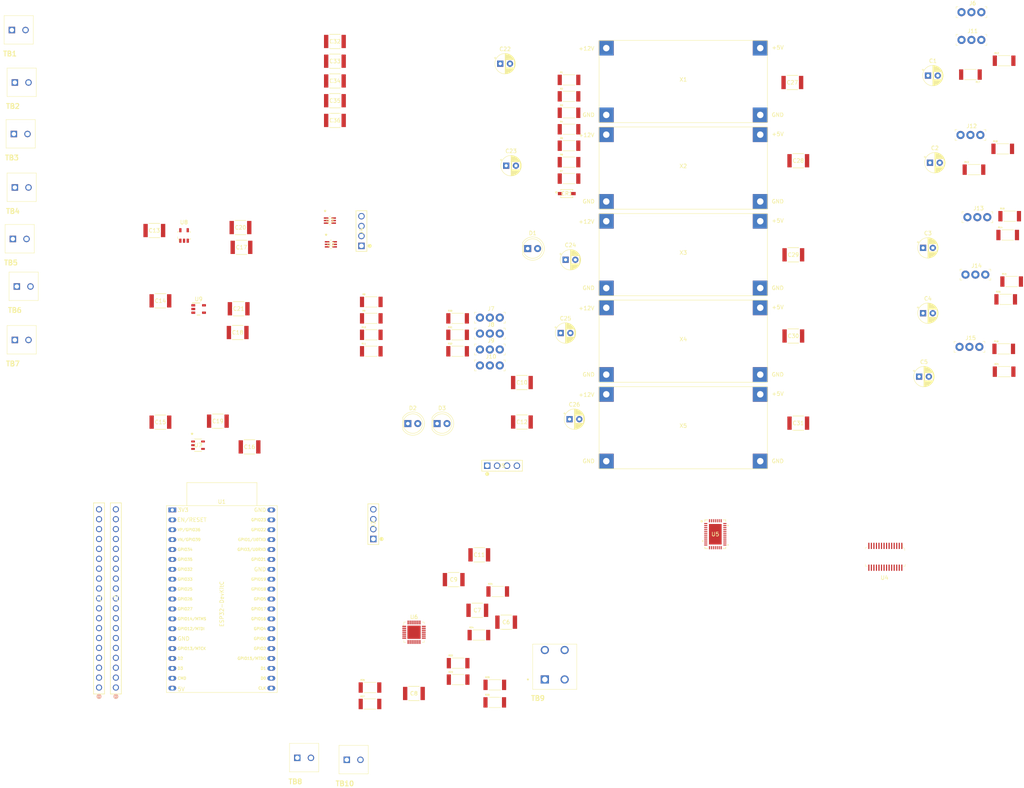
<source format=kicad_pcb>
(kicad_pcb (version 20221018) (generator pcbnew)
  (layers (0 "F.Cu" signal) (31 "B.Cu" signal) (34 "B.Paste" user) (35 "F.Paste" user) (36 "B.SilkS" user "B.Silkscreen") (37 "F.SilkS" user "F.Silkscreen") (38 "B.Mask" user) (39 "F.Mask" user) (44 "Edge.Cuts" user))
  (net 0 "")
  (net 1 "+5V_A")
  (net 2 "GPIO_GND")
  (net 3 "+5V_B")
  (net 4 "+5V_C")
  (net 5 "+5V_D")
  (net 6 "+5V_E")
  (net 7 "+3V3")
  (net 8 "Net-(U6-CP1)")
  (net 9 "Net-(U6-CP2)")
  (net 10 "Net-(U6-VREG)")
  (net 11 "Net-(U6-VCP)")
  (net 12 "+12V")
  (net 13 "+5V")
  (net 14 "Net-(U7-BYP)")
  (net 15 "Net-(U8-BYP)")
  (net 16 "Net-(U9-BYP)")
  (net 17 "+0.75V")
  (net 18 "GPIO_5V")
  (net 19 "Net-(D1-A)")
  (net 20 "Net-(D2-A)")
  (net 21 "Net-(D3-A)")
  (net 22 "GPIO_CMD")
  (net 23 "GPIO_SD3")
  (net 24 "GPIO_SD2")
  (net 25 "GPIO_IO13")
  (net 26 "GPIO_IO12")
  (net 27 "GPIO_IO14")
  (net 28 "GPIO_IO27")
  (net 29 "GPIO_IO26")
  (net 30 "GPIO_IO25")
  (net 31 "GPIO_IO33")
  (net 32 "GPIO_IO32")
  (net 33 "GPIO_IO35")
  (net 34 "GPIO_IO34")
  (net 35 "GPIO_SENSOR_VN")
  (net 36 "GPIO_SENSOR_VP")
  (net 37 "GPIO_EN")
  (net 38 "GPIO_3V3")
  (net 39 "GPIO_CLK")
  (net 40 "GPIO_SD0")
  (net 41 "GPIO_SD1")
  (net 42 "GPIO_IO15")
  (net 43 "GPIO_IO2")
  (net 44 "GPIO_IO0")
  (net 45 "GPIO_IO4")
  (net 46 "GPIO_IO16")
  (net 47 "GPIO_IO17")
  (net 48 "GPIO_IO5")
  (net 49 "GPIO_IO18")
  (net 50 "GPIO_IO19")
  (net 51 "GPIO_IO21")
  (net 52 "GPIO_RXDO")
  (net 53 "GPIO_TXDO")
  (net 54 "GPIO_IO22")
  (net 55 "GPIO_IO23")
  (net 56 "Net-(U2-B)")
  (net 57 "Net-(U3-B)")
  (net 58 "Net-(J5-Pad1)")
  (net 59 "Net-(J5-Pad3)")
  (net 60 "Net-(U4-LED1)")
  (net 61 "Net-(U5-CH1)")
  (net 62 "Net-(U4-LED3)")
  (net 63 "Net-(U5-CH3)")
  (net 64 "Net-(U4-LED5)")
  (net 65 "Net-(U5-CH5)")
  (net 66 "Net-(U4-LED7)")
  (net 67 "Net-(U5-CH6)")
  (net 68 "Net-(U4-LED9)")
  (net 69 "Net-(U5-CH9)")
  (net 70 "Net-(U4-LED0)")
  (net 71 "Net-(U5-CH0)")
  (net 72 "Net-(U4-LED2)")
  (net 73 "Net-(U5-CH2)")
  (net 74 "Net-(U4-LED4)")
  (net 75 "Net-(U5-CH4)")
  (net 76 "Net-(U4-LED6)")
  (net 77 "Net-(U4-LED8)")
  (net 78 "Net-(U5-CH8)")
  (net 79 "Net-(U3-DIR)")
  (net 80 "Net-(U2-DIR)")
  (net 81 "Net-(U4-LED10)")
  (net 82 "Net-(U4-LED11)")
  (net 83 "Net-(U4-LED12)")
  (net 84 "Net-(U4-LED13)")
  (net 85 "Net-(R22-Pad2)")
  (net 86 "Net-(U6-REF)")
  (net 87 "Net-(R26-Pad2)")
  (net 88 "Net-(U6-ROSC)")
  (net 89 "Net-(U5-CH11)")
  (net 90 "Net-(U5-CH10)")
  (net 91 "Net-(U5-CA0)")
  (net 92 "Net-(U5-CA1)")
  (net 93 "Net-(U5-CA2)")
  (net 94 "Net-(TB8-Pos_1)")
  (net 95 "Net-(TB8-Pos_2)")
  (net 96 "Net-(TB10-Pos_1)")
  (net 97 "Net-(TB10-Pos_2)")
  (net 105 "Net-(U5-ADCINP)")
  (net 106 "Net-(U5-ADCINN)")
  (footprint "digikey-footprints:PinHeader_1x3_P2.54_Drill1.1mm" (layer "F.Cu") (at 268.478 18.288)
    (fp_text reference "J6" (at 2.85 -2.28) (layer "F.SilkS"))
    (fp_text value "61300311121")
    (pad "1" thru_hole circle (at 0 0) (size 2.1 2.1) (drill 1.1) (layers "*.Cu" "*.Mask") (net 60 "Net-(U4-LED1)"))
    (pad "2" thru_hole circle (at 2.54 0) (size 2.1 2.1) (drill 1.1) (layers "*.Cu" "*.Mask") (net 1 "+5V_A"))
    (pad "3" thru_hole circle (at 5.08 0) (size 2.1 2.1) (drill 1.1) (layers "*.Cu" "*.Mask") (net 61 "Net-(U5-CH1)"))
  )
  (footprint "RC2010JK_078K2L:RESC5025X65N" (layer "F.Cu") (at 117.0778 96.8238)
    (fp_text reference "R9" (at -1.91 -1.92) (layer "F.SilkS") (effects (font (size 0.393701 0.393701))))
    (fp_text value "100")
    (pad "1" smd rect (at -2.38 0) (size 1.07 2.67) (layers "F.Cu" "F.Paste" "F.Mask") (net 82 "Net-(U4-LED11)"))
    (pad "2" smd rect (at 2.38 0) (size 1.07 2.67) (layers "F.Cu" "F.Paste" "F.Mask") (net 58 "Net-(J5-Pad1)"))
  )
  (footprint "ul_PPTC191LFBN-RC:CONN19_PPTC191LFBN-RC_SUL" (layer "F.Cu") (at 47.244 191.516 90)
    (fp_text reference "J1" (at 22.86 0 90 unlocked) (layer "F.SilkS"))
    (fp_text value "PPTC191LFBN-RC")
    (pad "1" thru_hole circle (at 0 0 90) (size 1.5748 1.5748) (drill 1.0668) (layers "*.Cu" "*.Mask") (net 18 "GPIO_5V"))
    (pad "2" thru_hole circle (at 2.54 0 90) (size 1.5748 1.5748) (drill 1.0668) (layers "*.Cu" "*.Mask") (net 22 "GPIO_CMD"))
    (pad "3" thru_hole circle (at 5.08 0 90) (size 1.5748 1.5748) (drill 1.0668) (layers "*.Cu" "*.Mask") (net 23 "GPIO_SD3"))
    (pad "4" thru_hole circle (at 7.62 0 90) (size 1.5748 1.5748) (drill 1.0668) (layers "*.Cu" "*.Mask") (net 24 "GPIO_SD2"))
    (pad "5" thru_hole circle (at 10.16 0 90) (size 1.5748 1.5748) (drill 1.0668) (layers "*.Cu" "*.Mask") (net 25 "GPIO_IO13"))
    (pad "6" thru_hole circle (at 12.7 0 90) (size 1.5748 1.5748) (drill 1.0668) (layers "*.Cu" "*.Mask") (net 2 "GPIO_GND"))
    (pad "7" thru_hole circle (at 15.24 0 90) (size 1.5748 1.5748) (drill 1.0668) (layers "*.Cu" "*.Mask") (net 26 "GPIO_IO12"))
    (pad "8" thru_hole circle (at 17.78 0 90) (size 1.5748 1.5748) (drill 1.0668) (layers "*.Cu" "*.Mask") (net 27 "GPIO_IO14"))
    (pad "9" thru_hole circle (at 20.32 0 90) (size 1.5748 1.5748) (drill 1.0668) (layers "*.Cu" "*.Mask") (net 28 "GPIO_IO27"))
    (pad "10" thru_hole circle (at 22.86 0 90) (size 1.5748 1.5748) (drill 1.0668) (layers "*.Cu" "*.Mask") (net 29 "GPIO_IO26"))
    (pad "11" thru_hole circle (at 25.4 0 90) (size 1.5748 1.5748) (drill 1.0668) (layers "*.Cu" "*.Mask") (net 30 "GPIO_IO25"))
    (pad "12" thru_hole circle (at 27.94 0 90) (size 1.5748 1.5748) (drill 1.0668) (layers "*.Cu" "*.Mask") (net 31 "GPIO_IO33"))
    (pad "13" thru_hole circle (at 30.48 0 90) (size 1.5748 1.5748) (drill 1.0668) (layers "*.Cu" "*.Mask") (net 32 "GPIO_IO32"))
    (pad "14" thru_hole circle (at 33.02 0 90) (size 1.5748 1.5748) (drill 1.0668) (layers "*.Cu" "*.Mask") (net 33 "GPIO_IO35"))
    (pad "15" thru_hole circle (at 35.56 0 90) (size 1.5748 1.5748) (drill 1.0668) (layers "*.Cu" "*.Mask") (net 34 "GPIO_IO34"))
    (pad "16" thru_hole circle (at 38.1 0 90) (size 1.5748 1.5748) (drill 1.0668) (layers "*.Cu" "*.Mask") (net 35 "GPIO_SENSOR_VN"))
    (pad "17" thru_hole circle (at 40.64 0 90) (size 1.5748 1.5748) (drill 1.0668) (layers "*.Cu" "*.Mask") (net 36 "GPIO_SENSOR_VP"))
    (pad "18" thru_hole circle (at 43.18 0 90) (size 1.5748 1.5748) (drill 1.0668) (layers "*.Cu" "*.Mask") (net 37 "GPIO_EN"))
    (pad "19" thru_hole circle (at 45.72 0 90) (size 1.5748 1.5748) (drill 1.0668) (layers "*.Cu" "*.Mask") (net 38 "GPIO_3V3"))
  )
  (footprint "CC1812KKX7RCBB103s:CAP_CC1812_YAG" (layer "F.Cu") (at 83.5279 73.527999)
    (fp_text reference "C20" (at 0 0 unlocked) (layer "F.SilkS"))
    (fp_text value "10u")
    (pad "1" smd rect (at -2.2479 0) (size 1.1176 3.4036) (layers "F.Cu" "F.Paste" "F.Mask") (net 13 "+5V"))
    (pad "2" smd rect (at 2.2479 0) (size 1.1176 3.4036) (layers "F.Cu" "F.Paste" "F.Mask") (net 2 "GPIO_GND"))
  )
  (footprint "RC2010JK_078K2L:RESC5025X65N" (layer "F.Cu") (at 279.4 30.734)
    (fp_text reference "R12" (at -1.91 -1.92) (layer "F.SilkS") (effects (font (size 0.393701 0.393701))))
    (fp_text value "0.1")
    (pad "1" smd rect (at -2.38 0) (size 1.07 2.67) (layers "F.Cu" "F.Paste" "F.Mask") (net 61 "Net-(U5-CH1)"))
    (pad "2" smd rect (at 2.38 0) (size 1.07 2.67) (layers "F.Cu" "F.Paste" "F.Mask") (net 2 "GPIO_GND"))
  )
  (footprint "digikey-footprints:PinHeader_1x3_P2.54_Drill1.1mm" (layer "F.Cu") (at 267.97 104.14)
    (fp_text reference "J15" (at 2.85 -2.28) (layer "F.SilkS"))
    (fp_text value "61300311121")
    (pad "1" thru_hole circle (at 0 0) (size 2.1 2.1) (drill 1.1) (layers "*.Cu" "*.Mask") (net 77 "Net-(U4-LED8)"))
    (pad "2" thru_hole circle (at 2.54 0) (size 2.1 2.1) (drill 1.1) (layers "*.Cu" "*.Mask") (net 6 "+5V_E"))
    (pad "3" thru_hole circle (at 5.08 0) (size 2.1 2.1) (drill 1.1) (layers "*.Cu" "*.Mask") (net 78 "Net-(U5-CH8)"))
  )
  (footprint "digikey-footprints:PinHeader_1x3_P2.54_Drill1.1mm" (layer "F.Cu") (at 268.478 25.4)
    (fp_text reference "J11" (at 2.85 -2.28) (layer "F.SilkS"))
    (fp_text value "61300311121")
    (pad "1" thru_hole circle (at 0 0) (size 2.1 2.1) (drill 1.1) (layers "*.Cu" "*.Mask") (net 70 "Net-(U4-LED0)"))
    (pad "2" thru_hole circle (at 2.54 0) (size 2.1 2.1) (drill 1.1) (layers "*.Cu" "*.Mask") (net 1 "+5V_A"))
    (pad "3" thru_hole circle (at 5.08 0) (size 2.1 2.1) (drill 1.1) (layers "*.Cu" "*.Mask") (net 71 "Net-(U5-CH0)"))
  )
  (footprint "RC2010JK_078K2L:RESC5025X65N" (layer "F.Cu") (at 167.7978 44.0938)
    (fp_text reference "R3" (at -1.91 -1.92) (layer "F.SilkS") (effects (font (size 0.393701 0.393701))))
    (fp_text value "10k")
    (pad "1" smd rect (at -2.38 0) (size 1.07 2.67) (layers "F.Cu" "F.Paste" "F.Mask") (net 7 "+3V3"))
    (pad "2" smd rect (at 2.38 0) (size 1.07 2.67) (layers "F.Cu" "F.Paste" "F.Mask") (net 42 "GPIO_IO15"))
  )
  (footprint "ul_ADP1711AUJZ-0-75R7:UJ_5_ADI" (layer "F.Cu") (at 72.63765 129.351999)
    (fp_text reference "U7" (at 0 0 unlocked) (layer "F.SilkS"))
    (fp_text value "ADP1711AUJZ-0.75R7")
    (fp_text user "*" (at -1.53035 -2.601) (layer "F.SilkS"))
    (fp_text user "*" (at -1.53035 -2.601 unlocked) (layer "F.SilkS"))
    (pad "1" smd rect (at -1.27635 -0.950001) (size 0.9525 0.508) (layers "F.Cu" "F.Paste" "F.Mask") (net 13 "+5V"))
    (pad "2" smd rect (at -1.27635 0) (size 0.9525 0.508) (layers "F.Cu" "F.Paste" "F.Mask") (net 2 "GPIO_GND"))
    (pad "3" smd rect (at -1.27635 0.950001) (size 0.9525 0.508) (layers "F.Cu" "F.Paste" "F.Mask") (net 13 "+5V"))
    (pad "4" smd rect (at 1.27635 0.950001) (size 0.9525 0.508) (layers "F.Cu" "F.Paste" "F.Mask") (net 14 "Net-(U7-BYP)"))
    (pad "5" smd rect (at 1.27635 -0.950001) (size 0.9525 0.508) (layers "F.Cu" "F.Paste" "F.Mask") (net 17 "+0.75V"))
  )
  (footprint "RC2010JK_078K2L:RESC5025X65N" (layer "F.Cu") (at 279.052 53.34)
    (fp_text reference "R18" (at -1.91 -1.92) (layer "F.SilkS") (effects (font (size 0.393701 0.393701))))
    (fp_text value "0.1")
    (pad "1" smd rect (at -2.38 0) (size 1.07 2.67) (layers "F.Cu" "F.Paste" "F.Mask") (net 73 "Net-(U5-CH2)"))
    (pad "2" smd rect (at 2.38 0) (size 1.07 2.67) (layers "F.Cu" "F.Paste" "F.Mask") (net 2 "GPIO_GND"))
  )
  (footprint "LIB_5442248:5442248" (layer "F.Cu") (at 25.4 49.53)
    (fp_text reference "TB3" (at -0.508 6.096) (layer "F.SilkS") (effects (font (size 1.27 1.27) (thickness 0.254))))
    (fp_text value "PHOENIX_CONT_2POS_5442248" hide)
    (pad "1" thru_hole rect (at 0 0) (size 1.65 1.65) (drill 1.1) (layers "*.Cu" "*.Mask") (net 38 "GPIO_3V3"))
    (pad "2" thru_hole circle (at 3.5 0) (size 1.65 1.65) (drill 1.1) (layers "*.Cu" "*.Mask") (net 35 "GPIO_SENSOR_VN"))
  )
  (footprint "CC1812KKX7RCBB103s:CAP_CC1812_YAG" (layer "F.Cu") (at 61.4299 74.289999)
    (fp_text reference "C13" (at 0 0 unlocked) (layer "F.SilkS"))
    (fp_text value "1u")
    (pad "1" smd rect (at -2.2479 0) (size 1.1176 3.4036) (layers "F.Cu" "F.Paste" "F.Mask") (net 12 "+12V"))
    (pad "2" smd rect (at 2.2479 0) (size 1.1176 3.4036) (layers "F.Cu" "F.Paste" "F.Mask") (net 2 "GPIO_GND"))
  )
  (footprint "extra_power:YIZHET_LM2596_VREG" (layer "F.Cu") (at 197.104 58.27)
    (fp_text reference "X2" (at 0 -0.5 unlocked) (layer "F.SilkS"))
    (fp_text value "YIZHET_LM2596_VREG")
    (fp_text user "+12V" (at -26.924 -7.874 unlocked) (layer "F.SilkS") (effects (justify left bottom)))
    (fp_text user "GND" (at -25.908 9.144 unlocked) (layer "F.SilkS") (effects (justify left bottom)))
    (fp_text user "+5V" (at 22.606 -8.128 unlocked) (layer "F.SilkS") (effects (justify left bottom)))
    (fp_text user "GND" (at 22.606 9.144 unlocked) (layer "F.SilkS") (effects (justify left bottom)))
    (pad "1" thru_hole rect (at -19.7485 8.5725) (size 3.81 3.81) (drill 1.651) (layers "*.Cu" "*.Mask") (net 12 "+12V"))
    (pad "2" thru_hole rect (at -19.7485 -8.5725) (size 3.81 3.81) (drill 1.651) (layers "*.Cu" "*.Mask") (net 2 "GPIO_GND"))
    (pad "3" thru_hole rect (at 19.7485 -8.5725) (size 3.81 3.81) (drill 1.651) (layers "*.Cu" "*.Mask") (net 3 "+5V_B"))
    (pad "4" thru_hole rect (at 19.7485 8.5725) (size 3.81 3.81) (drill 1.651) (layers "*.Cu" "*.Mask") (net 2 "GPIO_GND"))
  )
  (footprint "RC2010JK_078K2L:RESC5025X65N" (layer "F.Cu") (at 281.338 87.376)
    (fp_text reference "R15" (at -1.91 -1.92) (layer "F.SilkS") (effects (font (size 0.393701 0.393701))))
    (fp_text value "0.1")
    (pad "1" smd rect (at -2.38 0) (size 1.07 2.67) (layers "F.Cu" "F.Paste" "F.Mask") (net 67 "Net-(U5-CH6)"))
    (pad "2" smd rect (at 2.38 0) (size 1.07 2.67) (layers "F.Cu" "F.Paste" "F.Mask") (net 2 "GPIO_GND"))
  )
  (footprint "ul_61300411121:CONN_61300411121_WRE" (layer "F.Cu") (at 114.554 78.232 90)
    (fp_text reference "J4" (at 3.81 0 90 unlocked) (layer "F.SilkS"))
    (fp_text value "61300411121")
    (pad "1" thru_hole rect (at 0 0 90) (size 1.651 1.651) (drill 1.143) (layers "*.Cu" "*.Mask") (net 13 "+5V"))
    (pad "2" thru_hole circle (at 2.54 0 90) (size 1.651 1.651) (drill 1.143) (layers "*.Cu" "*.Mask") (net 56 "Net-(U2-B)"))
    (pad "3" thru_hole circle (at 5.08 0 90) (size 1.651 1.651) (drill 1.143) (layers "*.Cu" "*.Mask") (net 57 "Net-(U3-B)"))
    (pad "4" thru_hole circle (at 7.62 0 90) (size 1.651 1.651) (drill 1.143) (layers "*.Cu" "*.Mask") (net 2 "GPIO_GND"))
  )
  (footprint "RC2010JK_078K2L:RESC5025X65N" (layer "F.Cu") (at 270.764 34.29 180)
    (fp_text reference "R17" (at -1.91 -1.92) (layer "F.SilkS") (effects (font (size 0.393701 0.393701))))
    (fp_text value "0.1")
    (pad "1" smd rect (at -2.38 0 180) (size 1.07 2.67) (layers "F.Cu" "F.Paste" "F.Mask") (net 71 "Net-(U5-CH0)"))
    (pad "2" smd rect (at 2.38 0 180) (size 1.07 2.67) (layers "F.Cu" "F.Paste" "F.Mask") (net 2 "GPIO_GND"))
  )
  (footprint "RC2010JK_078K2L:RESC5025X65N" (layer "F.Cu") (at 116.746 195.736)
    (fp_text reference "R27" (at -1.91 -1.92) (layer "F.SilkS") (effects (font (size 0.393701 0.393701))))
    (fp_text value "22k")
    (pad "1" smd rect (at -2.38 0) (size 1.07 2.67) (layers "F.Cu" "F.Paste" "F.Mask") (net 87 "Net-(R26-Pad2)"))
    (pad "2" smd rect (at 2.38 0) (size 1.07 2.67) (layers "F.Cu" "F.Paste" "F.Mask") (net 88 "Net-(U6-ROSC)"))
  )
  (footprint "LIB_5442248:5442248" (layer "F.Cu") (at 25.654 36.322)
    (fp_text reference "TB2" (at -0.508 6.096) (layer "F.SilkS") (effects (font (size 1.27 1.27) (thickness 0.254))))
    (fp_text value "PHOENIX_CONT_2POS_5442248" hide)
    (pad "1" thru_hole rect (at 0 0) (size 1.65 1.65) (drill 1.1) (layers "*.Cu" "*.Mask") (net 38 "GPIO_3V3"))
    (pad "2" thru_hole circle (at 3.5 0) (size 1.65 1.65) (drill 1.1) (layers "*.Cu" "*.Mask") (net 55 "GPIO_IO23"))
  )
  (footprint "Capacitor_THT:CP_Radial_D5.0mm_P2.50mm" (layer "F.Cu") (at 258.612 95.504)
    (fp_text reference "C4" (at 1.25 -3.75) (layer "F.SilkS"))
    (fp_text value "15u")
    (pad "1" thru_hole rect (at 0 0) (size 1.6 1.6) (drill 0.8) (layers "*.Cu" "*.Mask") (net 5 "+5V_D"))
    (pad "2" thru_hole circle (at 2.5 0) (size 1.6 1.6) (drill 0.8) (layers "*.Cu" "*.Mask") (net 2 "GPIO_GND"))
  )
  (footprint "digikey-footprints:PinHeader_1x3_P2.54_Drill1.1mm" (layer "F.Cu") (at 144.9528 100.7188)
    (fp_text reference "J8" (at 2.85 -2.28) (layer "F.SilkS"))
    (fp_text value "61300311121")
    (pad "1" thru_hole circle (at 0 0) (size 2.1 2.1) (drill 1.1) (layers "*.Cu" "*.Mask") (net 64 "Net-(U4-LED5)"))
    (pad "2" thru_hole circle (at 2.54 0) (size 2.1 2.1) (drill 1.1) (layers "*.Cu" "*.Mask") (net 4 "+5V_C"))
    (pad "3" thru_hole circle (at 5.08 0) (size 2.1 2.1) (drill 1.1) (layers "*.Cu" "*.Mask") (net 65 "Net-(U5-CH5)"))
  )
  (footprint "RC2010JK_078K2L:RESC5025X65N" (layer "F.Cu") (at 279.306 104.648)
    (fp_text reference "R16" (at -1.91 -1.92) (layer "F.SilkS") (effects (font (size 0.393701 0.393701))))
    (fp_text value "0.1")
    (pad "1" smd rect (at -2.38 0) (size 1.07 2.67) (layers "F.Cu" "F.Paste" "F.Mask") (net 69 "Net-(U5-CH9)"))
    (pad "2" smd rect (at 2.38 0) (size 1.07 2.67) (layers "F.Cu" "F.Paste" "F.Mask") (net 2 "GPIO_GND"))
  )
  (footprint "LIB_5442248:5442248" (layer "F.Cu") (at 25.146 76.454)
    (fp_text reference "TB5" (at -0.508 6.096) (layer "F.SilkS") (effects (font (size 1.27 1.27) (thickness 0.254))))
    (fp_text value "PHOENIX_CONT_2POS_5442248" hide)
    (pad "1" thru_hole rect (at 0 0) (size 1.65 1.65) (drill 1.1) (layers "*.Cu" "*.Mask") (net 38 "GPIO_3V3"))
    (pad "2" thru_hole circle (at 3.5 0) (size 1.65 1.65) (drill 1.1) (layers "*.Cu" "*.Mask") (net 33 "GPIO_IO35"))
  )
  (footprint "LIB_5442248:5442248" (layer "F.Cu") (at 25.654 63.246)
    (fp_text reference "TB4" (at -0.508 6.096) (layer "F.SilkS") (effects (font (size 1.27 1.27) (thickness 0.254))))
    (fp_text value "PHOENIX_CONT_2POS_5442248" hide)
    (pad "1" thru_hole rect (at 0 0) (size 1.65 1.65) (drill 1.1) (layers "*.Cu" "*.Mask") (net 38 "GPIO_3V3"))
    (pad "2" thru_hole circle (at 3.5 0) (size 1.65 1.65) (drill 1.1) (layers "*.Cu" "*.Mask") (net 34 "GPIO_IO34"))
  )
  (footprint "ul_SN74LVC1T45DCKR:DCK6" (layer "F.Cu") (at 106.4641 71.740001)
    (fp_text reference "U3" (at 0 0 unlocked) (layer "F.SilkS"))
    (fp_text value "SN74LVC1T45DCKR")
    (fp_text user "*" (at -1.2319 -2.1486) (layer "F.SilkS"))
    (fp_text user "*" (at -1.2319 -2.1486 unlocked) (layer "F.SilkS"))
    (pad "1" smd rect (at -0.9779 -0.649999) (size 1.1684 0.3556) (layers "F.Cu" "F.Paste" "F.Mask") (net 7 "+3V3"))
    (pad "2" smd rect (at -0.9779 0) (size 1.1684 0.3556) (layers "F.Cu" "F.Paste" "F.Mask") (net 2 "GPIO_GND"))
    (pad "3" smd rect (at -0.9779 0.649999) (size 1.1684 0.3556) (layers "F.Cu" "F.Paste" "F.Mask") (net 49 "GPIO_IO18"))
    (pad "4" smd rect (at 0.9779 0.649999) (size 1.1684 0.3556) (layers "F.Cu" "F.Paste" "F.Mask") (net 57 "Net-(U3-B)"))
    (pad "5" smd rect (at 0.9779 0) (size 1.1684 0.3556) (layers "F.Cu" "F.Paste" "F.Mask") (net 79 "Net-(U3-DIR)"))
    (pad "6" smd rect (at 0.9779 -0.649999) (size 1.1684 0.3556) (layers "F.Cu" "F.Paste" "F.Mask") (net 13 "+5V"))
  )
  (footprint "digikey-footprints:PinHeader_1x3_P2.54_Drill1.1mm" (layer "F.Cu") (at 144.9528 104.8088)
    (fp_text reference "J9" (at 2.85 -2.28) (layer "F.SilkS"))
    (fp_text value "61300311121")
    (pad "1" thru_hole circle (at 0 0) (size 2.1 2.1) (drill 1.1) (layers "*.Cu" "*.Mask") (net 66 "Net-(U4-LED7)"))
    (pad "2" thru_hole circle (at 2.54 0) (size 2.1 2.1) (drill 1.1) (layers "*.Cu" "*.Mask") (net 5 "+5V_D"))
    (pad "3" thru_hole circle (at 5.08 0) (size 2.1 2.1) (drill 1.1) (layers "*.Cu" "*.Mask") (net 67 "Net-(U5-CH6)"))
  )
  (footprint "CC1812KKX7RCBB103s:CAP_CC1812_YAG" (layer "F.Cu") (at 144.78 157.48)
    (fp_text reference "C11" (at 0 0 unlocked) (layer "F.SilkS"))
    (fp_text value "100u")
    (pad "1" smd rect (at -2.2479 0) (size 1.1176 3.4036) (layers "F.Cu" "F.Paste" "F.Mask") (net 12 "+12V"))
    (pad "2" smd rect (at 2.2479 0) (size 1.1176 3.4036) (layers "F.Cu" "F.Paste" "F.Mask") (net 2 "GPIO_GND"))
  )
  (footprint "Capacitor_THT:CP_Radial_D5.0mm_P2.50mm" (layer "F.Cu") (at 167.934 122.682)
    (fp_text reference "C26" (at 1.25 -3.75) (layer "F.SilkS"))
    (fp_text value "100u")
    (pad "1" thru_hole rect (at 0 0) (size 1.6 1.6) (drill 0.8) (layers "*.Cu" "*.Mask") (net 2 "GPIO_GND"))
    (pad "2" thru_hole circle (at 2.5 0) (size 1.6 1.6) (drill 0.8) (layers "*.Cu" "*.Mask") (net 12 "+12V"))
  )
  (footprint "LIB_5442248:5442248" (layer "F.Cu") (at 24.892 22.86)
    (fp_text reference "TB1" (at -0.508 6.096) (layer "F.SilkS") (effects (font (size 1.27 1.27) (thickness 0.254))))
    (fp_text value "PHOENIX_CONT_2POS_5442248" hide)
    (pad "1" thru_hole rect (at 0 0) (size 1.65 1.65) (drill 1.1) (layers "*.Cu" "*.Mask") (net 38 "GPIO_3V3"))
    (pad "2" thru_hole circle (at 3.5 0) (size 1.65 1.65) (drill 1.1) (layers "*.Cu" "*.Mask") (net 47 "GPIO_IO17"))
  )
  (footprint "CC1812KKX7RCBB103s:CAP_CC1812_YAG" (layer "F.Cu") (at 107.7523 25.7958)
    (fp_text reference "C32" (at 0 0 unlocked) (layer "F.SilkS"))
    (fp_text value "100u")
    (pad "1" smd rect (at -2.2479 0) (size 1.1176 3.4036) (layers "F.Cu" "F.Paste" "F.Mask") (net 2 "GPIO_GND"))
    (pad "2" smd rect (at 2.2479 0) (size 1.1176 3.4036) (layers "F.Cu" "F.Paste" "F.Mask") (net 1 "+5V_A"))
  )
  (footprint "CC1812KKX7RCBB103s:CAP_CC1812_YAG" (layer "F.Cu") (at 226.6061 123.698)
    (fp_text reference "C31" (at 0 0 unlocked) (layer "F.SilkS"))
    (fp_text value "100n")
    (pad "1" smd rect (at -2.2479 0) (size 1.1176 3.4036) (layers "F.Cu" "F.Paste" "F.Mask") (net 6 "+5V_E"))
    (pad "2" smd rect (at 2.2479 0) (size 1.1176 3.4036) (layers "F.Cu" "F.Paste" "F.Mask") (net 2 "GPIO_GND"))
  )
  (footprint "CC1812KKX7RCBB103s:CAP_CC1812_YAG" (layer "F.Cu") (at 82.804 100.451999)
    (fp_text reference "C18" (at 0 0 unlocked) (layer "F.SilkS"))
    (fp_text value "10n")
    (pad "1" smd rect (at -2.2479 0) (size 1.1176 3.4036) (layers "F.Cu" "F.Paste" "F.Mask") (net 16 "Net-(U9-BYP)"))
    (pad "2" smd rect (at 2.2479 0) (size 1.1176 3.4036) (layers "F.Cu" "F.Paste" "F.Mask") (net 2 "GPIO_GND"))
  )
  (footprint "Capacitor_THT:CP_Radial_D5.0mm_P2.50mm" (layer "F.Cu") (at 260.39 56.896)
    (fp_text reference "C2" (at 1.25 -3.75) (layer "F.SilkS"))
    (fp_text value "15u")
    (pad "1" thru_hole rect (at 0 0) (size 1.6 1.6) (drill 0.8) (layers "*.Cu" "*.Mask") (net 3 "+5V_B"))
    (pad "2" thru_hole circle (at 2.5 0) (size 1.6 1.6) (drill 0.8) (layers "*.Cu" "*.Mask") (net 2 "GPIO_GND"))
  )
  (footprint "RC2010JK_078K2L:RESC5025X65N" (layer "F.Cu") (at 139.2178 96.8238)
    (fp_text reference "R30" (at -1.91 -1.92) (layer "F.SilkS") (effects (font (size 0.393701 0.393701))))
    (fp_text value "10k")
    (pad "1" smd rect (at -2.38 0) (size 1.07 2.67) (layers "F.Cu" "F.Paste" "F.Mask") (net 2 "GPIO_GND"))
    (pad "2" smd rect (at 2.38 0) (size 1.07 2.67) (layers "F.Cu" "F.Paste" "F.Mask") (net 91 "Net-(U5-CA0)"))
  )
  (footprint "Capacitor_THT:CP_Radial_D5.0mm_P2.50mm" (layer "F.Cu") (at 257.596 111.76)
    (fp_text reference "C5" (at 1.25 -3.75) (layer "F.SilkS"))
    (fp_text value "15u")
    (pad "1" thru_hole rect (at 0 0) (size 1.6 1.6) (drill 0.8) (layers "*.Cu" "*.Mask") (net 6 "+5V_E"))
    (pad "2" thru_hole circle (at 2.5 0) (size 1.6 1.6) (drill 0.8) (layers "*.Cu" "*.Mask") (net 2 "GPIO_GND"))
  )
  (footprint "ul_LTC2497CUHF-PBF:QFN_UHF-PBF_ADI" (layer "F.Cu") (at 205.3209 152.189307)
    (fp_text reference "U5" (at 0 0 unlocked) (layer "F.SilkS"))
    (fp_text value "LTC2497CUHF-PBF")
    (fp_text user "*" (at -3.4925 -3.000756 unlocked) (layer "F.SilkS"))
    (fp_text user "*" (at -3.4925 -3.000756) (layer "F.SilkS"))
    (pad "1" smd rect (at -2.4511 -2.750693 90) (size 0.254 0.8128) (layers "F.Cu" "F.Paste" "F.Mask") (net 2 "GPIO_GND"))
    (pad "2" smd rect (at -2.4511 -2.250567 90) (size 0.254 0.8128) (layers "F.Cu" "F.Paste" "F.Mask") (net 54 "GPIO_IO22"))
    (pad "3" smd rect (at -2.4511 -1.750441 90) (size 0.254 0.8128) (layers "F.Cu" "F.Paste" "F.Mask") (net 51 "GPIO_IO21"))
    (pad "4" smd rect (at -2.4511 -1.250315 90) (size 0.254 0.8128) (layers "F.Cu" "F.Paste" "F.Mask") (net 2 "GPIO_GND"))
    (pad "5" smd rect (at -2.4511 -0.750189 90) (size 0.254 0.8128) (layers "F.Cu" "F.Paste" "F.Mask"))
    (pad "6" smd rect (at -2.4511 -0.250063 90) (size 0.254 0.8128) (layers "F.Cu" "F.Paste" "F.Mask") (net 2 "GPIO_GND"))
    (pad "7" smd rect (at -2.4511 0.250063 90) (size 0.254 0.8128) (layers "F.Cu" "F.Paste" "F.Mask") (net 2 "GPIO_GND"))
    (pad "8" smd rect (at -2.4511 0.750189 90) (size 0.254 0.8128) (layers "F.Cu" "F.Paste" "F.Mask") (net 71 "Net-(U5-CH0)"))
    (pad "9" smd rect (at -2.4511 1.250315 90) (size 0.254 0.8128) (layers "F.Cu" "F.Paste" "F.Mask") (net 61 "Net-(U5-CH1)"))
    (pad "10" smd rect (at -2.4511 1.750441 90) (size 0.254 0.8128) (layers "F.Cu" "F.Paste" "F.Mask") (net 73 "Net-(U5-CH2)"))
    (pad "11" smd rect (at -2.4511 2.250567 90) (size 0.254 0.8128) (layers "F.Cu" "F.Paste" "F.Mask") (net 63 "Net-(U5-CH3)"))
    (pad "12" smd rect (at -2.4511 2.750693 90) (size 0.254 0.8128) (layers "F.Cu" "F.Paste" "F.Mask") (net 75 "Net-(U5-CH4)"))
    (pad "13" smd rect (at -1.500378 3.4544) (size 0.254 0.8128) (layers "F.Cu" "F.Paste" "F.Mask") (net 65 "Net-(U5-CH5)"))
    (pad "14" smd rect (at -1.000252 3.4544) (size 0.254 0.8128) (layers "F.Cu" "F.Paste" "F.Mask") (net 67 "Net-(U5-CH6)"))
    (pad "15" smd rect (at -0.500126 3.4544) (size 0.254 0.8128) (layers "F.Cu" "F.Paste" "F.Mask") (net 67 "Net-(U5-CH6)"))
    (pad "16" smd rect (at 0 3.4544) (size 0.254 0.8128) (layers "F.Cu" "F.Paste" "F.Mask") (net 78 "Net-(U5-CH8)"))
    (pad "17" smd rect (at 0.500126 3.4544) (size 0.254 0.8128) (layers "F.Cu" "F.Paste" "F.Mask") (net 69 "Net-(U5-CH9)"))
    (pad "18" smd rect (at 1.000252 3.4544) (size 0.254 0.8128) (layers "F.Cu" "F.Paste" "F.Mask") (net 90 "Net-(U5-CH10)"))
    (pad "19" smd rect (at 1.500378 3.4544) (size 0.254 0.8128) (layers "F.Cu" "F.Paste" "F.Mask") (net 89 "Net-(U5-CH11)"))
    (pad "20" smd rect (at 2.4511 2.750693 90) (size 0.254 0.8128) (layers "F.Cu" "F.Paste" "F.Mask"))
    (pad "21" smd rect (at 2.4511 2.250567 90) (size 0.254 0.8128) (layers "F.Cu" "F.Paste" "F.Mask"))
    (pad "22" smd rect (at 2.4511 1.750441 90) (size 0.254 0.8128) (layers "F.Cu" "F.Paste" "F.Mask"))
    (pad "23" smd rect (at 2.4511 1.250315 90) (size 0.254 0.8128) (layers "F.Cu" "F.Paste" "F.Mask"))
    (pad "24" smd rect (at 2.4511 0.750189 90) (size 0.254 0.8128) (layers "F.Cu" "F.Paste" "F.Mask") (net 105 "Net-(U5-ADCINP)"))
    (pad "25" smd rect (at 2.4511 0.250063 90) (size 0.254 0.8128) (layers "F.Cu" "F.Paste" "F.Mask") (net 105 "Net-(U5-ADCINP)"))
    (pad "26" smd rect (at 2.4511 -0.250063 90) (size 0.254 0.8128) (layers "F.Cu" "F.Paste" "F.Mask") (net 106 "Net-(U5-ADCINN)"))
    (pad "27" smd rect (at 2.4511 -0.750189 90) (size 0.254 0.8128) (layers "F.Cu" "F.Paste" "F.Mask") (net 106 "Net-(U5-ADCINN)"))
    (pad "28" smd rect (at 2.4511 -1.250315 90) (size 0.254 0.8128) (layers "F.Cu" "F.Paste" "F.Mask") (net 7 "+3V3"))
    (pad "29" smd rect (at 2.4511 -1.750441 90) (size 0.254 0.8128) (layers "F.Cu" "F.Paste" "F.Mask") (net 17 "+0.75V"))
    (pad "30" smd rect (at 2.4511 -2.250567 90) (size 0.254 0.8128) (layers "F.Cu" "F.Paste" "F.Mask") (net 2 "GPIO_GND"))
    (pad "31" smd rect (at 2.4511 -2.750693 90) (size 0.254 0.8128) (layers "F.Cu" "F.Paste" "F.Mask") (net 2 "GPIO_GND"))
    (pad "32" smd rect (at 1.500378 -3.4544) (size 0.254 0.8128) (layers "F.Cu" "F.Paste" "F.Mask") (net 2 "GPIO_GND"))
    (pad "33" smd rect (at 1.000252 -3.4544) (size 0.254 0.8128) (layers "F.Cu" "F.Paste" "F.Mask") (net 2 "GPIO_GND"))
    (pad "34" smd rect (at 0.500126 -3.4544) (size 0.254 0.8128) (layers "F.Cu" "F.Paste" "F.Mask") (net 2 "GPIO_GND"))
    (pad "35" smd rect (at 0 -3.4544) (size 0.254 0.8128) (layers "F.Cu" "F.Paste" "F.Mask") (net 2 "GPIO_GND"))
    (pad "36" smd rect (at -0.500126 -3.4544) (size 0.254 0.8128) (layers "F.Cu" "F.Paste" "F.Mask") (net 91 "Net-(U5-CA0)"))
    (pad "37" smd rect (at -1.000252 -3.4544) (size 0.254 0.8128) (layers "F.Cu" "F.Paste" "F.Mask") (net 92 "Net-(U5-CA1)"))
    (pad "38" smd rect (at -1.500378 -3.4544) (size 0.254 0.8128) (layers "F.Cu" "F.Paste" "F.Mask") (net 93 "Net-(U5-CA2)"))
    (pad "39" smd rect (at 0 0) (size 3.2512 5.2578) (layers "F.Cu" "F.Mask") (net 2 "GPIO_GND"))
  )
  (footprint "RC2010JK_078K2L:RESC5025X65N" (layer "F.Cu") (at 167.7978 35.6538)
    (fp_text reference "R1" (at -1.91 -1.92) (layer "F.SilkS") (effects (font (size 0.393701 0.393701))))
    (fp_text value "10k")
    (pad "1" smd rect (at -2.38 0) (size 1.07 2.67) (layers "F.Cu" "F.Paste" "F.Mask") (net 34 "GPIO_IO34"))
    (pad "2" smd rect (at 2.38 0) (size 1.07 2.67) (layers "F.Cu" "F.Paste" "F.Mask") (net 2 "GPIO_GND"))
  )
  (footprint "RC2010JK_078K2L:RESC5025X65N" (layer "F.Cu") (at 279.4 110.49)
    (fp_text reference "R21" (at -1.91 -1.92) (layer "F.SilkS") (effects (font (size 0.393701 0.393701))))
    (fp_text value "0.1")
    (pad "1" smd rect (at -2.38 0) (size 1.07 2.67) (layers "F.Cu" "F.Paste" "F.Mask") (net 78 "Net-(U5-CH8)"))
    (pad "2" smd rect (at 2.38 0) (size 1.07 2.67) (layers "F.Cu" "F.Paste" "F.Mask") (net 2 "GPIO_GND"))
  )
  (footprint "CC1812KKX7RCBB103s:CAP_CC1812_YAG" (layer "F.Cu") (at 225.3361 101.346)
    (fp_text reference "C30" (at 0 0 unlocked) (layer "F.SilkS"))
    (fp_text value "100n")
    (pad "1" smd rect (at -2.2479 0) (size 1.1176 3.4036) (layers "F.Cu" "F.Paste" "F.Mask") (net 5 "+5V_D"))
    (pad "2" smd rect (at 2.2479 0) (size 1.1176 3.4036) (layers "F.Cu" "F.Paste" "F.Mask") (net 2 "GPIO_GND"))
  )
  (footprint "CC1812KKX7RCBB103s:CAP_CC1812_YAG" (layer "F.Cu") (at 144.272 171.704)
    (fp_text reference "C7" (at 0 0 unlocked) (layer "F.SilkS"))
    (fp_text value "0.1u")
    (pad "1" smd rect (at -2.2479 0) (size 1.1176 3.4036) (layers "F.Cu" "F.Paste" "F.Mask") (net 8 "Net-(U6-CP1)"))
    (pad "2" smd rect (at 2.2479 0) (size 1.1176 3.4036) (layers "F.Cu" "F.Paste" "F.Mask") (net 9 "Net-(U6-CP2)"))
  )
  (footprint "CC1812KKX7RCBB103s:CAP_CC1812_YAG" (layer "F.Cu") (at 225.0821 36.322)
    (fp_text reference "C27" (at 0 0 unlocked) (layer "F.SilkS"))
    (fp_text value "100n")
    (pad "1" smd rect (at -2.2479 0) (size 1.1176 3.4036) (layers "F.Cu" "F.Paste" "F.Mask") (net 1 "+5V_A"))
    (pad "2" smd rect (at 2.2479 0) (size 1.1176 3.4036) (layers "F.Cu" "F.Paste" "F.Mask") (net 2 "GPIO_GND"))
  )
  (footprint "Capacitor_THT:CP_Radial_D5.0mm_P2.50mm" (layer "F.Cu") (at 165.648 100.584)
    (fp_text reference "C25" (at 1.25 -3.75) (layer "F.SilkS"))
    (fp_text value "100u")
    (pad "1" thru_hole rect (at 0 0) (size 1.6 1.6) (drill 0.8) (layers "*.Cu" "*.Mask") (net 2 "GPIO_GND"))
    (pad "2" thru_hole circle (at 2.5 0) (size 1.6 1.6) (drill 0.8) (layers "*.Cu" "*.Mask") (net 12 "+12V"))
  )
  (footprint "LIB_5442248:5442248" (layer "F.Cu") (at 26.162 88.646)
    (fp_text reference "TB6" (at -0.508 6.096) (layer "F.SilkS") (effects (font (size 1.27 1.27) (thickness 0.254))))
    (fp_text value "PHOENIX_CONT_2POS_5442248" hide)
    (pad "1" thru_hole rect (at 0 0) (size 1.65 1.65) (drill 1.1) (layers "*.Cu" "*.Mask") (net 38 "GPIO_3V3"))
    (pad "2" thru_hole circle (at 3.5 0) (size 1.65 1.65) (drill 1.1) (layers "*.Cu" "*.Mask") (net 46 "GPIO_IO16"))
  )
  (footprint "RC2010JK_078K2L:RESC5025X65N" (layer "F.Cu") (at 149.512 166.878)
    (fp_text reference "R25" (at -1.91 -1.92) (layer "F.SilkS") (effects (font (size 0.393701 0.393701))))
    (fp_text value "5k")
    (pad "1" smd rect (at -2.38 0) (size 1.07 2.67) (layers "F.Cu" "F.Paste" "F.Mask") (net 7 "+3V3"))
    (pad "2" smd rect (at 2.38 0) (size 1.07 2.67) (layers "F.Cu" "F.Paste" "F.Mask") (net 31 "GPIO_IO33"))
  )
  (footprint "ul_MBR0540-TP:SOD-123_MCC" (layer "F.Cu") (at 167.224 64.8157)
    (fp_text reference "CR1" (at 0 0 unlocked) (layer "F.SilkS"))
    (fp_text value "MBR0540-TP")
    (fp_text user "*" (at -2.667 0 unlocked) (layer "F.SilkS"))
    (fp_text user "*" (at -2.667 0) (layer "F.SilkS"))
    (pad "1" smd rect (at -1.7018 0) (size 1.1684 0.8382) (layers "F.Cu" "F.Paste" "F.Mask") (net 18 "GPIO_5V"))
    (pad "2" smd rect (at 1.7018 0) (size 1.1684 0.8382) (layers "F.Cu" "F.Paste" "F.Mask") (net 13 "+5V"))
  )
  (footprint "LED_THT:LED_D5.0mm" (layer "F.Cu") (at 133.9628 123.8088)
    (fp_text reference "D3" (at 1.27 -3.96) (layer "F.SilkS"))
    (fp_text value "R_LED")
    (pad "1" thru_hole rect (at 0 0) (size 1.8 1.8) (drill 0.9) (layers "*.Cu" "*.Mask") (net 2 "GPIO_GND"))
    (pad "2" thru_hole circle (at 2.54 0) (size 1.8 1.8) (drill 0.9) (layers "*.Cu" "*.Mask") (net 21 "Net-(D3-A)"))
  )
  (footprint "Capacitor_THT:CP_Radial_D5.0mm_P2.50mm" (layer "F.Cu") (at 258.612 78.74)
    (fp_text reference "C3" (at 1.25 -3.75) (layer "F.SilkS"))
    (fp_text value "15u")
    (pad "1" thru_hole rect (at 0 0) (size 1.6 1.6) (drill 0.8) (layers "*.Cu" "*.Mask") (net 4 "+5V_C"))
    (pad "2" thru_hole circle (at 2.5 0) (size 1.6 1.6) (drill 0.8) (layers "*.Cu" "*.Mask") (net 2 "GPIO_GND"))
  )
  (footprint "RC2010JK_078K2L:RESC5025X65N" (layer "F.Cu") (at 167.7978 48.3138)
    (fp_text reference "R4" (at -1.91 -1.92) (layer "F.SilkS") (effects (font (size 0.393701 0.393701))))
    (fp_text value "10k")
    (pad "1" smd rect (at -2.38 0) (size 1.07 2.67) (layers "F.Cu" "F.Paste" "F.Mask") (net 35 "GPIO_SENSOR_VN"))
    (pad "2" smd rect (at 2.38 0) (size 1.07 2.67) (layers "F.Cu" "F.Paste" "F.Mask") (net 2 "GPIO_GND"))
  )
  (footprint "ul_LP2985-50DBVR:DBV0005A_N" (layer "F.Cu") (at 72.793001 94.422001)
    (fp_text reference "U9" (at 0 -2.54 unlocked) (layer "F.SilkS"))
    (fp_text value "LP2985-50DBVR")
    (pad "1" smd rect (at -1.375001 -0.950001 90) (size 0.599999 1) (layers "F.Cu" "F.Paste" "F.Mask") (net 12 "+12V"))
    (pad "2" smd rect (at -1.375001 0 90) (size 0.599999 1) (layers "F.Cu" "F.Paste" "F.Mask") (net 2 "GPIO_GND"))
    (pad "3" smd rect (at -1.375001 0.949998 90) (size 0.599999 1) (layers "F.Cu" "F.Paste" "F.Mask") (net 12 "+12V"))
    (pad "4" smd rect (at 1.374999 0.949998 90) (size 0.599999 1) (layers "F.Cu" "F.Paste" "F.Mask") (net 16 "Net-(U9-BYP)"))
    (pad "5" smd rect (at 1.374999 -0.950001 90) (size 0.599999 1) (layers "F.Cu" "F.Paste" "F.Mask") (net 7 "+3V3"))
  )
  (footprint "LIB_5442248:5442248" (layer "F.Cu") (at 110.8 210.058)
    (fp_text reference "TB10" (at -0.508 6.096) (layer "F.SilkS") (effects (font (size 1.27 1.27) (thickness 0.254))))
    (fp_text value "PHOENIX_CONT_2POS_5442248" hide)
    (pad "1" thru_hole rect (at 0 0) (size 1.65 1.65) (drill 1.1) (layers "*.Cu" "*.Mask") (net 96 "Net-(TB10-Pos_1)"))
    (pad "2" thru_hole circle (at 3.5 0) (size 1.65 1.65) (drill 1.1) (layers "*.Cu" "*.Mask") (net 97 "Net-(TB10-Pos_2)"))
  )
  (footprint "CC1812KKX7RCBB103s:CAP_CC1812_YAG" (layer "F.Cu") (at 83.058 94.355999)
    (fp_text reference "C21" (at 0 0 unlocked) (layer "F.SilkS"))
    (fp_text value "10u")
    (pad "1" smd rect (at -2.2479 0) (size 1.1176 3.4036) (layers "F.Cu" "F.Paste" "F.Mask") (net 7 "+3V3"))
    (pad "2" smd rect (at 2.2479 0) (size 1.1176 3.4036) (layers "F.Cu" "F.Paste" "F.Mask") (net 2 "GPIO_GND"))
  )
  (footprint "CC1812KKX7RCBB103s:CAP_CC1812_YAG" (layer "F.Cu") (at 155.7147 113.2818)
    (fp_text reference "C10" (at 0 0 unlocked) (layer "F.SilkS"))
    (fp_text value "10u")
    (pad "1" smd rect (at -2.2479 0) (size 1.1176 3.4036) (layers "F.Cu" "F.Paste" "F.Mask") (net 7 "+3V3"))
    (pad "2" smd rect (at 2.2479 0) (size 1.1176 3.4036) (layers "F.Cu" "F.Paste" "F.Mask") (net 2 "GPIO_GND"))
  )
  (footprint "RC2010JK_078K2L:RESC5025X65N" (layer "F.Cu") (at 139.352 189.484)
    (fp_text reference "R23" (at -1.91 -1.92) (layer "F.SilkS") (effects (font (size 0.393701 0.393701))))
    (fp_text value "910")
    (pad "1" smd rect (at -2.38 0) (size 1.07 2.67) (layers "F.Cu" "F.Paste" "F.Mask") (net 85 "Net-(R22-Pad2)"))
    (pad "2" smd rect (at 2.38 0) (size 1.07 2.67) (layers "F.Cu" "F.Paste" "F.Mask") (net 86 "Net-(U6-REF)"))
  )
  (footprint "RC2010JK_078K2L:RESC5025X65N" (layer "F.Cu") (at 117.0778 101.0438)
    (fp_text reference "R10" (at -1.91 -1.92) (layer "F.SilkS") (effects (font (size 0.393701 0.393701))))
    (fp_text value "100")
    (pad "1" smd rect (at -2.38 0) (size 1.07 2.67) (layers "F.Cu" "F.Paste" "F.Mask") (net 83 "Net-(U4-LED12)"))
    (pad "2" smd rect (at 2.38 0) (size 1.07 2.67) (layers "F.Cu" "F.Paste" "F.Mask") (net 59 "Net-(J5-Pad3)"))
  )
  (footprint "RC2010JK_078K2L:RESC5025X65N" (layer "F.Cu") (at 117.0778 105.2638)
    (fp_text reference "R11" (at -1.91 -1.92) (layer "F.SilkS") (effects (font (size 0.393701 0.393701))))
    (fp_text value "100")
    (pad "1" smd rect (at -2.38 0) (size 1.07 2.67) (layers "F.Cu" "F.Paste" "F.Mask") (net 84 "Net-(U4-LED13)"))
    (pad "2" smd rect (at 2.38 0) (size 1.07 2.67) (layers "F.Cu" "F.Paste" "F.Mask") (net 21 "Net-(D3-A)"))
  )
  (footprint "CC1812KKX7RCBB103s:CAP_CC1812_YAG" (layer "F.Cu") (at 77.724 123.19)
    (fp_text reference "C19" (at 0 0 unlocked) (layer "F.SilkS"))
    (fp_text value "10u")
    (pad "1" smd rect (at -2.2479 0) (size 1.1176 3.4036) (layers "F.Cu" "F.Paste" "F.Mask") (net 2 "GPIO_GND"))
    (pad "2" smd rect (at 2.2479 0) (size 1.1176 3.4036) (layers "F.Cu" "F.Paste" "F.Mask") (net 17 "+0.75V"))
  )
  (footprint "Capacitor_THT:CP_Radial_D5.0mm_P2.50mm" (layer "F.Cu") (at 150.154 31.496)
    (fp_text reference "C22" (at 1.25 -3.75) (layer "F.SilkS"))
    (fp_text value "100u")
    (pad "1" thru_hole rect (at 0 0) (size 1.6 1.6) (drill 0.8) (layers "*.Cu" "*.Mask") (net 2 "GPIO_GND"))
    (pad "2" thru_hole circle (at 2.5 0) (size 1.6 1.6) (drill 0.8) (layers "*.Cu" "*.Mask") (net 12 "+12V"))
  )
  (footprint "digikey-footprints:PinHeader_1x3_P2.54_Drill1.1mm" (layer "F.Cu") (at 268.224 49.784)
    (fp_text reference "J12" (at 2.85 -2.28) (layer "F.SilkS"))
    (fp_text value "61300311121")
    (pad "1" thru_hole circle (at 0 0) (size 2.1 2.1) (drill 1.1) (layers "*.Cu" "*.Mask") (net 72 "Net-(U4-LED2)"))
    (pad "2" thru_hole circle (at 2.54 0) (size 2.1 2.1) (drill 1.1) (layers "*.Cu" "*.Mask") (net 3 "+5V_B"))
    (pad "3" thru_hole circle (at 5.08 0) (size 2.1 2.1) (drill 1.1) (layers "*.Cu" "*.Mask") (net 73 "Net-(U5-CH2)"))
  )
  (footprint "RC2010JK_078K2L:RESC5025X65N" (layer "F.Cu") (at 148.764 190.834)
    (fp_text reference "R29" (at -1.91 -1.92) (layer "F.SilkS") (effects (font (size 0.393701 0.393701))))
    (fp_text value "0.1")
    (pad "1" smd rect (at -2.38 0) (size 1.07 2.67) (layers "F.Cu" "F.Paste" "F.Mask") (net 2 "GPIO_GND"))
    (pad "2" smd rect (at 2.38 0) (size 1.07 2.67) (layers "F.Cu" "F.Paste" "F.Mask") (net 90 "Net-(U5-CH10)"))
  )
  (footprint "CC1812KKX7RCBB103s:CAP_CC1812_YAG" (layer "F.Cu") (at 62.992 92.323999)
    (fp_text reference "C14" (at 0 0 unlocked) (layer "F.SilkS"))
    (fp_text value "1u")
    (pad "1" smd rect (at -2.2479 0) (size 1.1176 3.4036) (layers "F.Cu" "F.Paste" "F.Mask") (net 12 "+12V"))
    (pad "2" smd rect (at 2.2479 0) (size 1.1176 3.4036) (layers "F.Cu" "F.Paste" "F.Mask") (net 2 "GPIO_GND"))
  )
  (footprint "RC2010JK_078K2L:RESC5025X65N" (layer "F.Cu") (at 280.83 70.612)
    (fp_text reference "R19" (at -1.91 -1.92) (layer "F.SilkS") (effects (font (size 0.393701 0.393701))))
    (fp_text value "0.1")
    (pad "1" smd rect (at -2.38 0) (size 1.07 2.67) (layers "F.Cu" "F.Paste" "F.Mask") (net 75 "Net-(U5-CH4)"))
    (pad "2" smd rect (at 2.38 0) (size 1.07 2.67) (layers "F.Cu" "F.Paste" "F.Mask") (net 2 "GPIO_GND"))
  )
  (footprint "ul_61300411121:CONN_61300411121_WRE" (layer "F.Cu") (at 117.602 153.416 90)
    (fp_text reference "J3" (at 3.81 0 90 unlocked) (layer "F.SilkS"))
    (fp_text value "61300411121")
    (pad "1" thru_hole rect (at 0 0 90) (size 1.651 1.651) (drill 1.143) (layers "*.Cu" "*.Mask") (net 7 "+3V3"))
    (pad "2" thru_hole circle (at 2.54 0 90) (size 1.651 1.651) (drill 1.143) (layers "*.Cu" "*.Mask") (net 2 "GPIO_GND"))
    (pad "3" thru_hole circle (at 5.08 0 90) (size 1.651 1.651) (drill 1.143) (layers "*.Cu" "*.Mask") (net 54 "GPIO_IO22"))
    (pad "4" thru_hole circle (at 7.62 0 90) (size 1.651 1.651) (drill 1.143) (layers "*.Cu" "*.Mask") (net 51 "GPIO_IO21"))
  )
  (footprint "CC1812KKX7RCBB103s:CAP_CC1812_YAG" (layer "F.Cu") (at 128.016 193.04)
    (fp_text reference "C8" (at 0 0 unlocked) (layer "F.SilkS"))
    (fp_text value "0.22u")
    (pad "1" smd rect (at -2.2479 0) (size 1.1176 3.4036) (layers "F.Cu" "F.Paste" "F.Mask") (net 10 "Net-(U6-VREG)"))
    (pad "2" smd rect (at 2.2479 0) (size 1.1176 3.4036) (layers "F.Cu" "F.Paste" "F.Mask") (net 2 "GPIO_GND"))
  )
  (footprint "PCM_Espressif:ESP32-DevKitC" (layer "F.Cu") (at 66.04 145.95856)
    (fp_text reference "U1" (at 12.7 -2.1) (layer "F.SilkS"))
    (fp_text value "ESP32-DevKitC" (at 12.7 24.13 90) (layer "F.SilkS"))
    (fp_text user "GPIO26" (at 1.27 22.86 unlocked) (layer "F.SilkS") (effects (font (size 0.7 0.7)) (justify left)))
    (fp_text user "GPIO12/MTDI" (at 1.27 30.48 unlocked) (layer "F.SilkS") (effects (font (size 0.7 0.7)) (justify left)))
    (fp_text user "D0" (at 24.13 43.18 unlocked) (layer "F.SilkS") (effects (font (size 0.7 0.7)) (justify right)))
    (fp_text user "GPIO19" (at 24.13 17.78 unlocked) (layer "F.SilkS") (effects (font (size 0.7 0.7)) (justify right)))
    (fp_text user "GPIO13/MTCK" (at 1.27 35.56 unlocked) (layer "F.SilkS") (effects (font (size 0.7 0.7)) (justify left)))
    (fp_text user "VP/GPIO36" (at 1.27 5.08 unlocked) (layer "F.SilkS") (effects (font (size 0.7 0.7)) (justify left)))
    (fp_text user "VN/GPIO39" (at 1.27 7.62 unlocked) (layer "F.SilkS") (effects (font (size 0.7 0.7)) (justify left)))
    (fp_text user "GPIO21" (at 24.13 12.7 unlocked) (layer "F.SilkS") (effects (font (size 0.7 0.7)) (justify right)))
    (fp_text user "GPIO22" (at 24.13 5.08 unlocked) (layer "F.SilkS") (effects (font (size 0.7 0.7)) (justify right)))
    (fp_text user "GPIO2" (at 24.13 35.56 unlocked) (layer "F.SilkS") (effects (font (size 0.7 0.7)) (justify right)))
    (fp_text user "D2" (at 1.27 38.1 unlocked) (layer "F.SilkS") (effects (font (size 0.7 0.7)) (justify left)))
    (fp_text user "EN/RESET" (at 8.88632 2.53728 unlocked) (layer "F.SilkS") (effects (justify right)))
    (fp_text user "GND" (at 24.13 0 unlocked) (layer "F.SilkS") (effects (justify right)))
    (fp_text user "GPIO32" (at 1.27 15.24 unlocked) (layer "F.SilkS") (effects (font (size 0.7 0.7)) (justify left)))
    (fp_text user "GPIO17" (at 24.13 25.4 unlocked) (layer "F.SilkS") (effects (font (size 0.7 0.7)) (justify right)))
    (fp_text user "GND" (at 1.27 33.02 unlocked) (layer "F.SilkS") (effects (justify left)))
    (fp_text user "D3" (at 1.27 40.64 unlocked) (layer "F.SilkS") (effects (font (size 0.7 0.7)) (justify left)))
    (fp_text user "5V" (at 1.26632 45.97128 unlocked) (layer "F.SilkS") (effects (justify left)))
    (fp_text user "GPIO35" (at 1.27 12.7 unlocked) (layer "F.SilkS") (effects (font (size 0.7 0.7)) (justify left)))
    (fp_text user "CLK" (at 24.13 45.72 unlocked) (layer "F.SilkS") (effects (font (size 0.7 0.7)) (justify right)))
    (fp_text user "GPIO18" (at 24.13 20.32 unlocked) (layer "F.SilkS") (effects (font (size 0.7 0.7)) (justify right)))
    (fp_text user "GPIO23" (at 24.13 2.54 unlocked) (layer "F.SilkS") (effects (font (size 0.7 0.7)) (justify right)))
    (fp_text user "GPIO3/U0RXD" (at 24.13 10.16 unlocked) (layer "F.SilkS") (effects (font (size 0.7 0.7)) (justify right)))
    (fp_text user "GPIO5" (at 24.13 22.86 unlocked) (layer "F.SilkS") (effects (font (size 0.7 0.7)) (justify right)))
    (fp_text user "GND" (at 24.13 15.24 unlocked) (layer "F.SilkS") (effects (justify right)))
    (fp_text user "3V3" (at 1.27 0 unlocked) (layer "F.SilkS") (effects (justify left)))
    (fp_text user "GPIO4" (at 24.13 30.48 unlocked) (layer "F.SilkS") (effects (font (size 0.7 0.7)) (justify right)))
    (fp_text user "GPIO15/MTDO" (at 24.13 38.1 unlocked) (layer "F.SilkS") (effects (font (size 0.7 0.7)) (justify right)))
    (fp_text user "GPIO33" (at 1.27 17.78 unlocked) (layer "F.SilkS") (effects (font (size 0.7 0.7)) (justify left)))
    (fp_text user "GPIO27" (at 1.27 25.4 unlocked) (layer "F.SilkS") (effects (font (size 0.7 0.7)) (justify left)))
    (fp_text user "GPIO16" (at 24.13 27.94 unlocked) (layer "F.SilkS") (effects (font (size 0.7 0.7)) (justify right)))
    (fp_text user "GPIO1/U0TXD" (at 24.13 7.62 unlocked) (layer "F.SilkS") (effects (font (size 0.7 0.7)) (justify right)))
    (fp_text user "CMD" (at 1.27 43.18 unlocked) (layer "F.SilkS") (effects (font (size 0.7 0.7)) (justify left)))
    (fp_text user "GPIO34" (at 1.27 10.16 unlocked) (layer "F.SilkS") (effects (font (size 0.7 0.7)) (justify left)))
    (fp_text user "GPIO25" (at 1.27 20.32 unlocked) (layer "F.SilkS") (effects (font (size 0.7 0.7)) (justify left)))
    (fp_text user "GPIO0" (at 24.13 33.02 unlocked) (layer "F.SilkS") (effects (font (size 0.7 0.7)) (justify right)))
    (fp_text user "GPIO14/MTMS" (at 1.27 27.94 unlocked) (layer "F.SilkS") (effects (font (size 0.7 0.7)) (justify left)))
    (fp_text user "D1" (at 24.13 40.64 unlocked) (layer "F.SilkS") (effects (font (size 0.7 0.7)) (justify right)))
    (pad "1" thru_hole rect (at 0 0 270) (size 1.2 2) (drill 0.8) (layers "*.Cu" "*.Mask") (net 38 "GPIO_3V3"))
    (pad "2" thru_hole oval (at 0 2.54 270) (size 1.2 2) (drill 0.8) (layers "*.Cu" "*.Mask") (net 37 "GPIO_EN"))
    (pad "3" thru_hole oval (at 0 5.08 270) (size 1.2 2) (drill 0.8) (layers "*.Cu" "*.Mask") (net 36 "GPIO_SENSOR_VP"))
    (pad "4" thru_hole oval (at 0 7.62 270) (size 1.2 2) (drill 0.8) (layers "*.Cu" "*.Mask") (net 35 "GPIO_SENSOR_VN"))
    (pad "5" thru_hole oval (at 0 10.16 270) (size 1.2 2) (drill 0.8) (layers "*.Cu" "*.Mask") (net 34 "GPIO_IO34"))
    (pad "6" thru_hole oval (at 0 12.7 270) (size 1.2 2) (drill 0.8) (layers "*.Cu" "*.Mask") (net 33 "GPIO_IO35"))
    (pad "7" thru_hole oval (at 0 15.24 270) (size 1.2 2) (drill 0.8) (layers "*.Cu" "*.Mask") (net 32 "GPIO_IO32"))
    (pad "8" thru_hole oval (at 0 17.78 270) (size 1.2 2) (drill 0.8) (layers "*.Cu" "*.Mask") (net 31 "GPIO_IO33"))
    (pad "9" thru_hole oval (at 0 20.32 270) (size 1.2 2) (drill 0.8) (layers "*.Cu" "*.Mask") (net 30 "GPIO_IO25"))
    (pad "10" thru_hole oval (at 0 22.86 270) (size 1.2 2) (drill 0.8) (layers "*.Cu" "*.Mask") (net 29 "GPIO_IO26"))
    (pad "11" thru_hole oval (at 0 25.4 270) (size 1.2 2) (drill 0.8) (layers "*.Cu" "*.Mask") (net 28 "GPIO_IO27"))
    (pad "12" thru_hole oval (at 0 27.94 270) (size 1.2 2) (drill 0.8) (layers "*.Cu" "*.Mask") (net 27 "GPIO_IO14"))
    (pad "13" thru_hole oval (at 0 30.48 270) (size 1.2 2) (drill 0.8) (layers "*.Cu" "*.Mask") (net 26 "GPIO_IO12"))
    (pad "14" thru_hole oval (at 0 33.02 270) (size 1.2 2) (drill 0.8) (layers "*.Cu" "*.Mask") (net 2 "GPIO_GND"))
    (pad "15" thru_hole oval (at 0 35.56 270) (size 1.2 2) (drill 0.8) (layers "*.Cu" "*.Mask") (net 25 "GPIO_IO13"))
    (pad "16" thru_hole oval (at 0 38.1 270) (size 1.2 2) (drill 0.8) (layers "*.Cu" "*.Mask") (net 24 "GPIO_SD2"))
    (pad "17" thru_hole oval (at 0 40.64 270) (size 1.2 2) (drill 0.8) (layers "*.Cu" "*.Mask") (net 23 "GPIO_SD3"))
    (pad "18" thru_hole oval (at 0 43.18 270) (size 1.2 2) (drill 0.8) (layers "*.Cu" "*.Mask") (net 22 "GPIO_CMD"))
    (pad "19" thru_hole oval (at 0 45.72 270) (size 1.2 2) (drill 0.8) (layers "*.Cu" "*.Mask") (net 18 "GPIO_5V"))
    (pad "20" thru_hole oval (at 25.39632 45.71728 270) (size 1.2 2) (drill 0.8) (layers "*.Cu" "*.Mask") (net 39 "GPIO_CLK"))
    (pad "21" thru_hole oval (at 25.39632 43.17728 270) (size 1.2 2) (drill 0.8) (layers "*.Cu" "*.Mask") (net 40 "GPIO_SD0"))
    (pad "22" thru_hole oval (at 25.4 40.64 270) (size 1.2 2) (drill 0.8) (layers "*.Cu" "*.Mask") (net 41 "GPIO_SD1"))
    (pad "23" thru_hole oval (at 25.4 38.1 270) (size 1.2 2) (drill 0.8) (layers "*.Cu" "*.Mask") (net 42 "GPIO_IO15"))
    (pad "24" thru_hole oval (at 25.4 35.56 270) (size 1.2 2) (drill 0.8) (layers "*.Cu" "*.Mask") (net 43 "GPIO_IO2"))
    (pad "25" thru_hole oval (at 25.4 33.02 270) (size 1.2 2) (drill 0.8) (layers "*.Cu" "*.Mask") (net 44 "GPIO_IO0"))
    (pad "26" thru_hole oval (at 25.4 30.48 270) (size 1.2 2) (drill 0.8) (layers "*.Cu" "*.Mask") (net 45 "GPIO_IO4"))
    (pad "27" thru_hole oval (at 25.4 27.94 270) (size 1.2 2) (drill 0.8) (layers "*.Cu" "*.Mask") (net 46 "GPIO_IO16"))
    (pad "28" thru_hole oval (at 25.4 25.4 270) (size 1.2 2) (drill 0.8) (layers "*.Cu" "*.Mask") (net 47 "GPIO_IO17"))
    (pad "29" thru_hole oval (at 25.4 22.86 270) (size 1.2 2) (drill 0.8) (layers "*.Cu" "*.Mask") (net 48 "GPIO_IO5"))
    (pad "30" thru_hole oval (at 25.4 20.32 270) (size 1.2 2) (drill 0.8) (layers "*.Cu" "*.Mask") (net 49 "GPIO_IO18"))
    (pad "31" thru_hole oval (at 25.4 17.78 270) (size 1.2 2) (drill 0.8) (layers "*.Cu" "*.Mask") (net 50 "GPIO_IO19"))
    (pad "32" thru_hole oval (at 25.4 15.24 270) (size 1.2 2) (drill 0.8) (layers "*.Cu" "*.Mask") (net 2 "GPIO_GND"))
    (pad "33" thru_hole oval (at 25.4 12.7 270) (size 1.2 2) (drill 0.8) (layers "*.Cu" "*.Mask") (net 51 "GPIO_IO21"))
    (pad "34" thru_hole oval (at 25.4 10.16 270) (size 1.2 2) (drill 0.8) (layers "*.Cu" "*.Mask") (net 52 "GPIO_RXDO"))
    (pad "35" thru_hole oval (at 25.4 7.62 270) (size 1.2 2) (drill 0.8) (layers "*.Cu" "*.Mask") (net 53 "GPIO_TXDO"))
    (pad "36" thru_hole oval (at 25.4 5.08 270) (size 1.2 2) (drill 0.8) (layers "*.Cu" "*.Mask") (net 54 "GPIO_IO22"))
    (pad "37" thru_hole oval (at 25.4 2.54 270) (size 1.2 2) (drill 0.8) (layers "*.Cu" "*.Mask") (net 55 "GPIO_IO23"))
    (pad "38" thru_hole oval (at 25.4 0 270) (size 1.2 2) (drill 0.8) (layers "*.Cu" "*.Mask") (net 2 "GPIO_GND"))
  )
  (footprint "LED_THT:LED_D5.0mm" (layer "F.Cu") (at 157.2028 78.9188)
    (fp_text reference "D1" (at 1.27 -3.96) (layer "F.SilkS"))
    (fp_text value "O_LED")
    (pad "1" thru_hole rect (at 0 0) (size 1.8 1.8) (drill 0.9) (layers "*.Cu" "*.Mask") (net 2 "GPIO_GND"))
    (pad "2" thru_hole circle (at 2.54 0) (size 1.8 1.8) (drill 0.9) (layers "*.Cu" "*.Mask") (net 19 "Net-(D1-A)"))
  )
  (footprint "Capacitor_THT:CP_Radial_D5.0mm_P2.50mm" (layer "F.Cu") (at 259.882 34.544)
    (fp_text reference "C1" (at 1.25 -3.75) (layer "F.SilkS"))
    (fp_text value "15u")
    (pad "1" thru_hole rect (at 0 0) (size 1.6 1.6) (drill 0.8) (layers "*.Cu" "*.Mask") (net 1 "+5V_A"))
    (pad "2" thru_hole circle (at 2.5 0) (size 1.6 1.6) (drill 0.8) (layers "*.Cu" "*.Mask") (net 2 "GPIO_GND"))
  )
  (footprint "ul_SN74LVC1T45DCKR:DCK6" (layer "F.Cu") (at 106.7181 77.836001)
    (fp_text reference "U2" (at 0 0 unlocked) (layer "F.SilkS"))
    (fp_text value "SN74LVC1T45DCKR")
    (fp_text user "*" (at -1.2319 -2.1486) (layer "F.SilkS"))
    (fp_text user "*" (at -1.2319 -2.1486 unlocked) (layer "F.SilkS"))
    (pad "1" smd rect (at -0.9779 -0.649999) (size 1.1684 0.3556) (layers "F.Cu" "F.Paste" "F.Mask") (net 7 "+3V3"))
    (pad "2" smd rect (at -0.9779 0) (size 1.1684 0.3556) (layers "F.Cu" "F.Paste" "F.Mask") (net 2 "GPIO_GND"))
    (pad "3" smd rect (at -0.9779 0.649999) (size 1.1684 0.3556) (layers "F.Cu" "F.Paste" "F.Mask") (net 50 "GPIO_IO19"))
    (pad "4" smd rect (at 0.9779 0.649999) (size 1.1684 0.3556) (layers "F.Cu" "F.Paste" "F.Mask") (net 56 "Net-(U2-B)"))
    (pad "5" smd rect (at 0.9779 0) (size 1.1684 0.3556) (layers "F.Cu" "F.Paste" "F.Mask") (net 80 "Net-(U2-DIR)"))
    (pad "6" smd rect (at 0.9779 -0.649999) (size 1.1684 0.3556) (layers "F.Cu" "F.Paste" "F.Mask") (net 13 "+5V"))
  )
  (footprint "digikey-footprints:TSSOP-28_W4.40mm" (layer "F.Cu") (at 248.931 157.982 180)
    (fp_text reference "U4" (at 0.2 -5.37) (layer "F.SilkS"))
    (fp_text value "PCA9685PW_112")
    (pad "1" smd rect (at -4.225 2.8 180) (size 0.3 1.6) (layers "F.Cu" "F.Paste" "F.Mask") (net 2 "GPIO_GND"))
    (pad "2" smd rect (at -3.575 2.8 180) (size 0.3 1.6) (layers "F.Cu" "F.Paste" "F.Mask") (net 2 "GPIO_GND"))
    (pad "3" smd rect (at -2.925 2.8 180) (size 0.3 1.6) (layers "F.Cu" "F.Paste" "F.Mask") (net 2 "GPIO_GND"))
    (pad "4" smd rect (at -2.275 2.8 180) (size 0.3 1.6) (layers "F.Cu" "F.Paste" "F.Mask") (net 2 "GPIO_GND"))
    (pad "5" smd rect (at -1.625 2.8 180) (size 0.3 1.6) (layers "F.Cu" "F.Paste" "F.Mask") (net 2 "GPIO_GND"))
    (pad "6" smd rect (at -0.975 2.8 180) (size 0.3 1.6) (layers "F.Cu" "F.Paste" "F.Mask") (net 70 "Net-(U4-LED0)"))
    (pad "7" smd rect (at -0.325 2.8 180) (size 0.3 1.6) (layers "F.Cu" "F.Paste" "F.Mask") (net 60 "Net-(U4-LED1)"))
    (pad "8" smd rect (at 0.325 2.8 180) (size 0.3 1.6) (layers "F.Cu" "F.Paste" "F.Mask") (net 72 "Net-(U4-LED2)"))
    (pad "9" smd rect (at 0.975 2.8 180) (size 0.3 1.6) (layers "F.Cu" "F.Paste" "F.Mask") (net 62 "Net-(U4-LED3)"))
    (pad "10" smd rect (at 1.625 2.8 180) (size 0.3 1.6) (layers "F.Cu" "F.Paste" "F.Mask") (net 74 "Net-(U4-LED4)"))
    (pad "11" smd rect (at 2.275 2.8 180) (size 0.3 1.6) (layers "F.Cu" "F.Paste" "F.Mask") (net 64 "Net-(U4-LED5)"))
    (pad "12" smd rect (at 2.925 2.8 180) (size 0.3 1.6) (layers "F.Cu" "F.Paste" "F.Mask") (net 76 "Net-(U4-LED6)"))
    (pad "13" smd rect (at 3.575 2.8 180) (size 0.3 1.6) (layers "F.Cu" "F.Paste" "F.Mask") (net 66 "Net-(U4-LED7)"))
    (pad "14" smd rect (at 4.225 2.8 180) (size 0.3 1.6) (layers "F.Cu" "F.Paste" "F.Mask") (net 2 "GPIO_GND"))
    (pad "15" smd rect (at 4.225 -2.8 180) (size 0.3 1.6) (layers "F.Cu" "F.Paste" "F.Mask") (net 77 "Net-(U4-LED8)"))
    (pad "16" smd rect (at 3.575 -2.8 180) (size 0.3 1.6) (layers "F.Cu" "F.Paste" "F.Mask") (net 68 "Net-(U4-LED9)"))
    (pad "17" smd rect (at 2.925 -2.8 180) (size 0.3 1.6) (layers "F.Cu" "F.Paste" "F.Mask") (net 81 "Net-(U4-LED10)"))
    (pad "18" smd rect (at 2.275 -2.8 180) (size 0.3 1.6) (layers "F.Cu" "F.Paste" "F.Mask") (net 82 "Net-(U4-LED11)"))
    (pad "19" smd rect (at 1.625 -2.8 180) (size 0.3 1.6) (layers "F.Cu" "F.Paste" "F.Mask") (net 83 "Net-(U4-LED12)"))
    (pad "20" smd rect (at 0.975 -2.8 180) (size 0.3 1.6) (layers "F.Cu" "F.Paste" "F.Mask") (net 84 "Net-(U4-LED13)"))
    (pad "21" smd rect (at 0.325 -2.8 180) (size 0.3 1.6) (layers "F.Cu" "F.Paste" "F.Mask"))
    (pad "22" smd rect (at -0.325 -2.8 180) (size 0.3 1.6) (layers "F.Cu" "F.Paste" "F.Mask"))
    (pad "23" smd rect (at -0.975 -2.8 180) (size 0.3 1.6) (layers "F.Cu" "F.Paste" "F.Mask") (net 48 "GPIO_IO5"))
    (pad "24" smd rect (at -1.625 -2.8 180) (size 0.3 1.6) (layers "F.Cu" "F.Paste" "F.Mask") (net 2 "GPIO_GND"))
    (pad "25" smd rect (at -2.275 -2.8 180) (size 0.3 1.6) (layers "F.Cu" "F.Paste" "F.Mask") (net 2 "GPIO_GND"))
    (pad "26" smd rect (at -2.925 -2.8 180) (size 0.3 1.6) (layers "F.Cu" "F.Paste" "F.Mask") (net 54 "GPIO_IO22"))
    (pad "27" smd rect (at -3.575 -2.8 180) (size 0.3 1.6) (layers "F.Cu" "F.Paste" "F.Mask") (net 51 "GPIO_IO21"))
    (pad "28" smd rect (at -4.225 -2.8 180) (size 0.3 1.6) (layers "F.Cu" "F.Paste" "F.Mask") (net 7 "+3V3"))
  )
  (footprint "RC2010JK_078K2L:RESC5025X65N" (layer "F.Cu") (at 279.814 91.948)
    (fp_text reference "R20" (at -1.91 -1.92) (layer "F.SilkS") (effects (font (size 0.393701 0.393701))))
    (fp_text value "0.1")
    (pad "1" smd rect (at -2.38 0) (size 1.07 2.67) (layers "F.Cu" "F.Paste" "F.Mask") (net 67 "Net-(U5-CH6)"))
    (pad "2" smd rect (at 2.38 0) (size 1.07 2.67) (layers "F.Cu" "F.Paste" "F.Mask") (net 2 "GPIO_GND"))
  )
  (footprint "RC2010JK_078K2L:RESC5025X65N" (layer "F.Cu") (at 139.2178 105.2638)
    (fp_text reference "R32" (at -1.91 -1.92) (layer "F.SilkS") (effects (font (size 0.393701 0.393701))))
    (fp_text value "10k")
    (pad "1" smd rect (at -2.38 0) (size 1.07 2.67) (layers "F.Cu" "F.Paste" "F.Mask") (net 93 "Net-(U5-CA2)"))
    (pad "2" smd rect (at 2.38 0) (size 1.07 2.67) (layers "F.Cu" "F.Paste" "F.Mask") (net 2 "GPIO_GND"))
  )
  (footprint "ul_61300411121:CONN_61300411121_WRE" (layer "F.Cu") (at 146.812 134.62)
    (fp_text reference "J5" (at 3.81 0 unlocked) (layer "F.SilkS"))
    (fp_text value "61300411121")
    (pad "1" thru_hole rect (at 0 0) (size 1.651 1.651) (drill 1.143) (layers "*.Cu" "*.Mask") (net 58 "Net-(J5-Pad1)"))
    (pad "2" thru_hole circle (at 2.54 0) (size 1.651 1.651) (drill 1.143) (layers "*.Cu" "*.Mask") (net 2 "GPIO_GND"))
    (pad "3" thru_hole circle (at 5.08 0) (size 1.651 1.651) (drill 1.143) (layers "*.Cu" "*.Mask") (net 59 "Net-(J5-Pad3)"))
    (pad "4" thru_hole circle (at 7.62 0) (size 1.651 1.651) (drill 1.143) (layers "*.Cu" "*.Mask") (net 2 "GPIO_GND"))
  )
  (footprint "CC1812KKX7RCBB103s:CAP_CC1812_YAG" (layer "F.Cu") (at 151.6761 174.752)
    (fp_text reference "C6" (at 0 0 unlocked) (layer "F.SilkS"))
    (fp_text value "0.22u")
    (pad "1" smd rect (at -2.2479 0) (size 1.1176 3.4036) (layers "F.Cu" "F.Paste" "F.Mask") (net 7 "+3V3"))
    (pad "2" smd rect (at 2.2479 0) (size 1.1176 3.4036) (layers "F.Cu" "F.Paste" "F.Mask") (net 2 "GPIO_GND"))
  )
  (footprint "RC2010JK_078K2L:RESC5025X65N" (layer "F.Cu") (at 139.352 185.264)
    (fp_text reference "R22" (at -1.91 -1.92) (layer "F.SilkS") (effects (font (size 0.393701 0.393701))))
    (fp_text value "12k")
    (pad "1" smd rect (at -2.38 0) (size 1.07 2.67) (layers "F.Cu" "F.Paste" "F.Mask") (net 7 "+3V3"))
    (pad "2" smd rect (at 2.38 0) (size 1.07 2.67) (layers "F.Cu" "F.Paste" "F.Mask") (net 85 "Net-(R22-Pad2)"))
  )
  (footprint "RC2010JK_078K2L:RESC5025X65N" (layer "F.Cu") (at 148.75 195.326)
    (fp_text reference "R28" (at -1.91 -1.92) (layer "F.SilkS") (effects (font (size 0.393701 0.393701))))
    (fp_text value "0.1")
    (pad "1" smd rect (at -2.38 0) (size 1.07 2.67) (layers "F.Cu" "F.Paste" "F.Mask") (net 2 "GPIO_GND"))
    (pad "2" smd rect (at 2.38 0) (size 1.07 2.67) (layers "F.Cu" "F.Paste" "F.Mask") (net 89 "Net-(U5-CH11)"))
  )
  (footprint "LIB_1730502:1730502" (layer "F.Cu") (at 161.596 189.442)
    (fp_text reference "TB9" (at -1.778 4.826) (layer "F.SilkS") (effects (font (size 1.27 1.27) (thickness 0.254))))
    (fp_text value "PHOENIX_CONT_2POS_1730502" hide)
    (pad "1" thru_hole rect (at 0 0) (size 2.1 2.1) (drill 1.4) (layers "*.Cu" "*.Mask") (net 12 "+12V"))
    (pad "2" thru_hole circle (at 0 -7.55) (size 2.1 2.1) (drill 1.4) (layers "*.Cu" "*.Mask") (net 2 "GPIO_GND"))
    (pad "3" thru_hole circle (at 5.08 0) (size 2.1 2.1) (drill 1.4) (layers "*.Cu" "*.Mask"))
    (pad "4" thru_hole circle (at 5.08 -7.55) (size 2.1 2.1) (drill 1.4) (layers "*.Cu" "*.Mask"))
  )
  (footprint "RC2010JK_078K2L:RESC5025X65N" (layer "F.Cu") (at 167.7978 52.5338)
    (fp_text reference "R5" (at -1.91 -1.92) (layer "F.SilkS") (effects (font (size 0.393701 0.393701))))
    (fp_text value "100")
    (pad "1" smd rect (at -2.38 0) (size 1.07 2.67) (layers "F.Cu" "F.Paste" "F.Mask") (net 19 "Net-(D1-A)"))
    (pad "2" smd rect (at 2.38 0) (size 1.07 2.67) (layers "F.Cu" "F.Paste" "F.Mask") (net 43 "GPIO_IO2"))
  )
  (footprint "digikey-footprints:PinHeader_1x3_P2.54_Drill1.1mm" (layer "F.Cu") (at 144.9528 96.6288)
    (fp_text reference "J7" (at 2.85 -2.28) (layer "F.SilkS"))
    (fp_text value "61300311121")
    (pad "1" thru_hole circle (at 0 0) (size 2.1 2.1) (drill 1.1) (layers "*.Cu" "*.Mask") (net 62 "Net-(U4-LED3)"))
    (pad "2" thru_hole circle (at 2.54 0) (size 2.1 2.1) (drill 1.1) (layers "*.Cu" "*.Mask") (net 3 "+5V_B"))
    (pad "3" thru_hole circle (at 5.08 0) (size 2.1 2.1) (drill 1.1) (layers "*.Cu" "*.Mask") (net 63 "Net-(U5-CH3)"))
  )
  (footprint "Capacitor_THT:CP_Radial_D5.0mm_P2.50mm" (layer "F.Cu") (at 151.678 57.658)
    (fp_text reference "C23" (at 1.25 -3.75) (layer "F.SilkS"))
    (fp_text value "100u")
    (pad "1" thru_hole rect (at 0 0) (size 1.6 1.6) (drill 0.8) (layers "*.Cu" "*.Mask") (net 2 "GPIO_GND"))
    (pad "2" thru_hole circle (at 2.5 0) (size 1.6 1.6) (drill 0.8) (layers "*.Cu" "*.Mask") (net 12 "+12V"))
  )
  (footprint "digikey-footprints:SOT-753" (layer "F.Cu") (at 69.0499 75.559999)
    (fp_text reference "U8" (at -0.025 -3.375) (layer "F.SilkS"))
    (fp_text value "LP2985-33DBVR")
    (pad "1" smd rect (at -0.95 1.35) (size 0.6 1.05) (layers "F.Cu" "F.Paste" "F.Mask") (net 12 "+12V"))
    (pad "2" smd rect (at 0 1.35) (size 0.6 1.05) (layers "F.Cu" "F.Paste" "F.Mask") (net 2 "GPIO_GND"))
    (pad "3" smd rect (at 0.95 1.35) (size 0.6 1.05) (layers "F.Cu" "F.Paste" "F.Mask") (net 12 "+12V"))
    (pad "4" smd rect (at 0.95 -1.35) (size 0.6 1.05) (layers "F.Cu" "F.Paste" "F.Mask") (net 15 "Net-(U8-BYP)"))
    (pad "5" smd rect (at -0.95 -1.35) (size 0.6 1.05) (layers "F.Cu" "F.Paste" "F.Mask") (net 13 "+5V"))
  )
  (footprint "ul_PPTC191LFBN-RC:CONN19_PPTC191LFBN-RC_SUL" (layer "F.Cu") (at 51.562 191.516 90)
    (fp_text reference "J2" (at 22.86 0 90 unlocked) (layer "F.SilkS"))
    (fp_text value "PPTC191LFBN-RC")
    (pad "1" thru_hole circle (at 0 0 90) (size 1.5748 1.5748) (drill 1.0668) (layers "*.Cu" "*.Mask") (net 39 "GPIO_CLK"))
    (pad "2" thru_hole circle (at 2.54 0 90) (size 1.5748 1.5748) (drill 1.0668) (layers "*.Cu" "*.Mask") (net 40 "GPIO_SD0"))
    (pad "3" thru_hole circle (at 5.08 0 90) (size 1.5748 1.5748) (drill 1.0668) (layers "*.Cu" "*.Mask") (net 41 "GPIO_SD1"))
    (pad "4" thru_hole circle (at 7.62 0 90) (size 1.5748 1.5748) (drill 1.0668) (layers "*.Cu" "*.Mask") (net 42 "GPIO_IO15"))
    (pad "5" thru_hole circle (at 10.16 0 90) (size 1.5748 1.5748) (drill 1.0668) (layers "*.Cu" "*.Mask") (net 43 "GPIO_IO2"))
    (pad "6" thru_hole circle (at 12.7 0 90) (size 1.5748 1.5748) (drill 1.0668) (layers "*.Cu" "*.Mask") (net 44 "GPIO_IO0"))
    (pad "7" thru_hole circle (at 15.24 0 90) (size 1.5748 1.5748) (drill 1.0668) (layers "*.Cu" "*.Mask") (net 45 "GPIO_IO4"))
    (pad "8" thru_hole circle (at 17.78 0 90) (size 1.5748 1.5748) (drill 1.0668) (layers "*.Cu" "*.Mask") (net 46 "GPIO_IO16"))
    (pad "9" thru_hole circle (at 20.32 0 90) (size 1.5748 1.5748) (drill 1.0668) (layers "*.Cu" "*.Mask") (net 47 "GPIO_IO17"))
    (pad "10" thru_hole circle (at 22.86 0 90) (size 1.5748 1.5748) (drill 1.0668) (layers "*.Cu" "*.Mask") (net 48 "GPIO_IO5"))
    (pad "11" thru_hole circle (at 25.4 0 90) (size 1.5748 1.5748) (drill 1.0668) (layers "*.Cu" "*.Mask") (net 49 "GPIO_IO18"))
    (pad "12" thru_hole circle (at 27.94 0 90) (size 1.5748 1.5748) (drill 1.0668) (layers "*.Cu" "*.Mask") (net 50 "GPIO_IO19"))
    (pad "13" thru_hole circle (at 30.48 0 90) (size 1.5748 1.5748) (drill 1.0668) (layers "*.Cu" "*.Mask") (net 2 "GPIO_GND"))
    (pad "14" thru_hole circle (at 33.02 0 90) (size 1.5748 1.5748) (drill 1.0668) (layers "*.Cu" "*.Mask") (net 51 "GPIO_IO21"))
    (pad "15" thru_hole circle (at 35.56 0 90) (size 1.5748 1.5748) (drill 1.0668) (layers "*.Cu" "*.Mask") (net 52 "GPIO_RXDO"))
    (pad "16" thru_hole circle (at 38.1 0 90) (size 1.5748 1.5748) (drill 1.0668) (layers "*.Cu" "*.Mask") (net 53 "GPIO_TXDO"))
    (pad "17" thru_hole circle (at 40.64 0 90) (size 1.5748 1.5748) (drill 1.0668) (layers "*.Cu" "*.Mask") (net 54 "GPIO_IO22"))
    (pad "18" thru_hole circle (at 43.18 0 90) (size 1.5748 1.5748) (drill 1.0668) (layers "*.Cu" "*.Mask") (net 55 "GPIO_IO23"))
    (pad "19" thru_hole circle (at 45.72 0 90) (size 1.5748 1.5748) (drill 1.0668) (layers "*.Cu" "*.Mask") (net 2 "GPIO_GND"))
  )
  (footprint "CC1812KKX7RCBB103s:CAP_CC1812_YAG" (layer "F.Cu") (at 138.2141 163.83)
    (fp_text reference "C9" (at 0 0 unlocked) (layer "F.SilkS"))
    (fp_text value "0.1u")
    (pad "1" smd rect (at -2.2479 0) (size 1.1176 3.4036) (layers "F.Cu" "F.Paste" "F.Mask") (net 11 "Net-(U6-VCP)"))
    (pad "2" smd rect (at 2.2479 0) (size 1.1176 3.4036) (layers "F.Cu" "F.Paste" "F.Mask") (net 12 "+12V"))
  )
  (footprint "extra_power:YIZHET_LM2596_VREG" (layer "F.Cu") (at 197.104 36.068)
    (fp_text reference "X1" (at 0 -0.5 unlocked) (layer "F.SilkS"))
    (fp_text value "YIZHET_LM2596_VREG")
    (fp_text user "GND" (at -25.908 9.144 unlocked) (layer "F.SilkS") (effects (justify left bottom)))
    (fp_text user "+5V" (at 22.606 -8.128 unlocked) (layer "F.SilkS") (effects (justify left bottom)))
    (fp_text user "+12V" (at -26.924 -7.874 unlocked) (layer "F.SilkS") (effects (justify left bottom)))
    (fp_text user "GND" (at 22.606 9.144 unlocked) (layer "F.SilkS") (effects (justify left bottom)))
    (pad "1" thru_hole rect (at -19.7485 8.5725) (size 3.81 3.81) (drill 1.651) (layers "*.Cu" "*.Mask") (net 12 "+12V"))
    (pad "2" thru_hole rect (at -19.7485 -8.5725) (size 3.81 3.81) (drill 1.651) (layers "*.Cu" "*.Mask") (net 2 "GPIO_GND"))
    (pad "3" thru_hole rect (at 19.7485 -8.5725) (size 3.81 3.81) (drill 1.651) (layers "*.Cu" "*.Mask") (net 1 "+5V_A"))
    (pad "4" thru_hole rect (at 19.7485 8.5725) (size 3.81 3.81) (drill 1.651) (layers "*.Cu" "*.Mask") (net 2 "GPIO_GND"))
  )
  (footprint "digikey-footprints:PinHeader_1x3_P2.54_Drill1.1mm" (layer "F.Cu") (at 270.002 70.866)
    (fp_text reference "J13" (at 2.85 -2.28) (layer "F.SilkS"))
    (fp_text value "61300311121")
    (pad "1" thru_hole circle (at 0 0) (size 2.1 2.1) (drill 1.1) (layers "*.Cu" "*.Mask") (net 74 "Net-(U4-LED4)"))
    (pad "2" thru_hole circle (at 2.54 0) (size 2.1 2.1) (drill 1.1) (layers "*.Cu" "*.Mask") (net 4 "+5V_C"))
    (pad "3" thru_hole circle (at 5.08 0) (size 2.1 2.1) (drill 1.1) (layers "*.Cu" "*.Mask") (net 75 "Net-(U5-CH4)"))
  )
  (footprint "digikey-footprints:VFQFN-28-1EP_5x5mm" (layer "F.Cu") (at 128.04 177.332)
    (fp_text reference "U6" (at 0 -3.9) (layer "F.SilkS"))
    (fp_text value "A4988SETTR-T")
    (pad "1" smd rect (at -2.5 -1.5) (size 1 0.3) (layers "F.Cu" "F.Paste" "F.Mask") (net 97 "Net-(TB10-Pos_2)"))
    (pad "2" smd rect (at -2.5 -1) (size 1 0.3) (layers "F.Cu" "F.Paste" "F.Mask") (net 28 "GPIO_IO27"))
    (pad "3" smd rect (at -2.5 -0.5) (size 1 0.3) (layers "F.Cu" "F.Paste" "F.Mask") (net 2 "GPIO_GND"))
    (pad "4" smd rect (at -2.5 0) (size 1 0.3) (layers "F.Cu" "F.Paste" "F.Mask") (net 8 "Net-(U6-CP1)"))
    (pad "5" smd rect (at -2.5 0.5) (size 1 0.3) (layers "F.Cu" "F.Paste" "F.Mask") (net 9 "Net-(U6-CP2)"))
    (pad "6" smd rect (at -2.5 1) (size 1 0.3) (layers "F.Cu" "F.Paste" "F.Mask") (net 11 "Net-(U6-VCP)"))
    (pad "7" smd rect (at -2.5 1.5) (size 1 0.3) (layers "F.Cu" "F.Paste" "F.Mask"))
    (pad "8" smd rect (at -1.5 2.5) (size 0.3 1) (layers "F.Cu" "F.Paste" "F.Mask") (net 10 "Net-(U6-VREG)"))
    (pad "9" smd rect (at -1 2.5) (size 0.3 1) (layers "F.Cu" "F.Paste" "F.Mask") (net 27 "GPIO_IO14"))
    (pad "10" smd rect (at -0.5 2.5) (size 0.3 1) (layers "F.Cu" "F.Paste" "F.Mask") (net 26 "GPIO_IO12"))
    (pad "11" smd rect (at 0 2.5) (size 0.3 1) (layers "F.Cu" "F.Paste" "F.Mask") (net 25 "GPIO_IO13"))
    (pad "12" smd rect (at 0.5 2.5) (size 0.3 1) (layers "F.Cu" "F.Paste" "F.Mask") (net 32 "GPIO_IO32"))
    (pad "13" smd rect (at 1 2.5) (size 0.3 1) (layers "F.Cu" "F.Paste" "F.Mask") (net 88 "Net-(U6-ROSC)"))
    (pad "14" smd rect (at 1.5 2.5) (size 0.3 1) (layers "F.Cu" "F.Paste" "F.Mask") (net 31 "GPIO_IO33"))
    (pad "15" smd rect (at 2.5 1.5) (size 1 0.3) (layers "F.Cu" "F.Paste" "F.Mask") (net 7 "+3V3"))
    (pad "16" smd rect (at 2.5 1) (size 1 0.3) (layers "F.Cu" "F.Paste" "F.Mask") (net 30 "GPIO_IO25"))
    (pad "17" smd rect (at 2.5 0.5) (size 1 0.3) (layers "F.Cu" "F.Paste" "F.Mask") (net 86 "Net-(U6-REF)"))
    (pad "18" smd rect (at 2.5 0) (size 1 0.3) (layers "F.Cu" "F.Paste" "F.Mask") (net 2 "GPIO_GND"))
    (pad "19" smd rect (at 2.5 -0.5) (size 1 0.3) (layers "F.Cu" "F.Paste" "F.Mask") (net 29 "GPIO_IO26"))
    (pad "20" smd rect (at 2.5 -1) (size 1 0.3) (layers "F.Cu" "F.Paste" "F.Mask"))
    (pad "21" smd rect (at 2.5 -1.5) (size 1 0.3) (layers "F.Cu" "F.Paste" "F.Mask") (net 95 "Net-(TB8-Pos_2)"))
    (pad "22" smd rect (at 1.5 -2.5) (size 0.3 1) (layers "F.Cu" "F.Paste" "F.Mask") (net 12 "+12V"))
    (pad "23" smd rect (at 1 -2.5) (size 0.3 1) (layers "F.Cu" "F.Paste" "F.Mask") (net 90 "Net-(U5-CH10)"))
    (pad "24" smd rect (at 0.5 -2.5) (size 0.3 1) (layers "F.Cu" "F.Paste" "F.Mask") (net 94 "Net-(TB8-Pos_1)"))
    (pad "25" smd rect (at 0 -2.5) (size 0.3 1) (layers "F.Cu" "F.Paste" "F.Mask"))
    (pad "26" smd rect (at -0.5 -2.5) (size 0.3 1) (layers "F.Cu" "F.Paste" "F.Mask") (net 96 "Net-(TB10-Pos_1)"))
    (pad "27" smd rect (at -1 -2.5) (size 0.3 1) (layers "F.Cu" "F.Paste" "F.Mask") (net 89 "Net-(U5-CH11)"))
    (pad "28" smd rect (at -1.5 -2.5) (size 0.3 1) (layers "F.Cu" "F.Paste" "F.Mask") (net 12 "+12V"))
    (pad "29" smd rect (at 0 0) (size 3.4 3.4) (layers "F.Cu" "F.Paste" "F.Mask") (net 2 "GPIO_GND"))
  )
  (footprint "RC2010JK_078K2L:RESC5025X65N" (layer "F.Cu") (at 117.0778 92.6038)
    (fp_text reference "R8" (at -1.91 -1.92) (layer "F.SilkS") (effects (font (size 0.393701 0.393701))))
    (fp_text value "100")
    (pad "1" smd rect (at -2.38 0) (size 1.07 2.67) (layers "F.Cu" "F.Paste" "F.Mask") (net 81 "Net-(U4-LED10)"))
    (pad "2" smd rect (at 2.38 0) (size 1.07 2.67) (layers "F.Cu" "F.Paste" "F.Mask") (net 20 "Net-(D2-A)"))
  )
  (footprint "CC1812KKX7RCBB103s:CAP_CC1812_YAG" (layer "F.Cu") (at 226.6061 56.388)
    (fp_text reference "C28" (at 0 0 unlocked) (layer "F.SilkS"))
    (fp_text value "100n")
    (pad "1" smd rect (at -2.2479 0) (size 1.1176 3.4036) (layers "F.Cu" "F.Paste" "F.Mask") (net 3 "+5V_B"))
    (pad "2" smd rect (at 2.2479 0) (size 1.1176 3.4036) (layers "F.Cu" "F.Paste" "F.Mask") (net 2 "GPIO_GND"))
  )
  (footprint "CC1812KKX7RCBB103s:CAP_CC1812_YAG" (layer "F.Cu") (at 83.7819 78.607999)
    (fp_text reference "C17" (at 0 0 unlocked) (layer "F.SilkS"))
    (fp_text value "10n")
    (pad "1" smd rect (at -2.2479 0) (size 1.1176 3.4036) (layers "F.Cu" "F.Paste" "F.Mask") (net 15 "Net-(U8-BYP)"))
    (pad "2" smd rect (at 2.2479 0) (size 1.1176 3.4036) (layers "F.Cu" "F.Paste" "F.Mask") (net 2 "GPIO_GND"))
  )
  (footprint "CC1812KKX7RCBB103s:CAP_CC1812_YAG" (layer "F.Cu") (at 107.7523 40.9878)
    (fp_text reference "C35" (at 0 0 unlocked) (layer "F.SilkS"))
    (fp_text value "100u")
    (pad "1" smd rect (at -2.2479 0) (size 1.1176 3.4036) (layers "F.Cu" "F.Paste" "F.Mask") (net 2 "GPIO_GND"))
    (pad "2" smd rect (at 2.2479 0) (size 1.1176 3.4036) (layers "F.Cu" "F.Paste" "F.Mask") (net 5 "+5V_D"))
  )
  (footprint "RC2010JK_078K2L:RESC5025X65N" (layer "F.Cu") (at 167.7978 60.9738)
    (fp_text reference "R7" (at -1.91 -1.92) (layer "F.SilkS") (effects (font (size 0.393701 0.393701))))
    (fp_text value "10k")
    (pad "1" smd rect (at -2.38 0) (size 1.07 2.67) (layers "F.Cu" "F.Paste" "F.Mask") (net 7 "+3V3"))
    (pad "2" smd rect (at 2.38 0) (size 1.07 2.67) (layers "F.Cu" "F.Paste" "F.Mask") (net 80 "Net-(U2-DIR)"))
  )
  (footprint "CC1812KKX7RCBB103s:CAP_CC1812_YAG" (layer "F.Cu") (at 107.7523 46.0518)
    (fp_text reference "C36" (at 0 0 unlocked) (layer "F.SilkS"))
    (fp_text value "100u")
    (pad "1" smd rect (at -2.2479 0) (size 1.1176 3.4036) (layers "F.Cu" "F.Paste" "F.Mask") (net 2 "GPIO_GND"))
    (pad "2" smd rect (at 2.2479 0) (size 1.1176 3.4036) (layers "F.Cu" "F.Paste" "F.Mask") (net 6 "+5V_E"))
  )
  (footprint "CC1812KKX7RCBB103s:CAP_CC1812_YAG" (layer "F.Cu") (at 62.992 123.444)
    (fp_text reference "C15" (at 0 0 unlocked) (layer "F.SilkS"))
    (fp_text value "10u")
    (pad "1" smd rect (at -2.2479 0) (size 1.1176 3.4036) (layers "F.Cu" "F.Paste" "F.Mask") (net 13 "+5V"))
    (pad "2" smd rect (at 2.2479 0) (size 1.1176 3.4036) (layers "F.Cu" "F.Paste" "F.Mask") (net 2 "GPIO_GND"))
  )
  (footprint "LIB_5442248:5442248" (layer "F.Cu") (at 98.1 209.55)
    (fp_text reference "TB8" (at -0.508 6.096) (layer "F.SilkS") (effects (font (size 1.27 1.27) (thickness 0.254))))
    (fp_text value "PHOENIX_CONT_2POS_5442248" hide)
    (pad "1" thru_hole rect (at 0 0) (size 1.65 1.65) (drill 1.1) (layers "*.Cu" "*.Mask") (net 94 "Net-(TB8-Pos_1)"))
    (pad "2" thru_hole circle (at 3.5 0) (size 1.65 1.65) (drill 1.1) (layers "*.Cu" "*.Mask") (net 95 "Net-(TB8-Pos_2)"))
  )
  (footprint "LED_THT:LED_D5.0mm" (layer "F.Cu") (at 126.4628 123.8088)
    (fp_text reference "D2" (at 1.27 -3.96) (layer "F.SilkS"))
    (fp_text value "G_LED")
    (pad "1" thru_hole rect (at 0 0) (size 1.8 1.8) (drill 0.9) (layers "*.Cu" "*.Mask") (net 2 "GPIO_GND"))
    (pad "2" thru_hole circle (at 2.54 0) (size 1.8 1.8) (drill 0.9) (layers "*.Cu" "*.Mask") (net 20 "Net-(D2-A)"))
  )
  (footprint "CC1812KKX7RCBB103s:CAP_CC1812_YAG" (layer "F.Cu") (at 85.852 129.794)
    (fp_text reference "C16" (at 0 0 unlocked) (layer "F.SilkS"))
    (fp_text value "10n")
    (pad "1" smd rect (at -2.2479 0) (size 1.1176 3.4036) (layers "F.Cu" "F.Paste" "F.Mask") (net 14 "Net-(U7-BYP)"))
    (pad "2" smd rect (at 2.2479 0) (size 1.1176 3.4036) (layers "F.Cu" "F.Paste" "F.Mask") (net 2 "GPIO_GND"))
  )
  (footprint "RC2010JK_078K2L:RESC5025X65N" (layer "F.Cu") (at 144.686 178.054)
    (fp_text reference "R24" (at -1.91 -1.92) (layer "F.SilkS") (effects (font (size 0.393701 0.393701))))
    (fp_text value "10k")
    (pad "1" smd rect (at -2.38 0) (size 1.07 2.67) (layers "F.Cu" "F.Paste" "F.Mask") (net 86 "Net-(U6-REF)"))
    (pad "2" smd rect (at 2.38 0) (size 1.07 2.67) (layers "F.Cu" "F.Paste" "F.Mask") (net 2 "GPIO_GND"))
  )
  (footprint "digikey-footprints:PinHeader_1x3_P2.54_Drill1.1mm" (layer "F.Cu") (at 144.9528 108.8988)
    (fp_text reference "J10" (at 2.85 -2.28) (layer "F.SilkS"))
    (fp_text value "61300311121")
    (pad "1" thru_hole circle (at 0 0) (size 2.1 2.1) (drill 1.1) (layers "*.Cu" "*.Mask") (net 68 "Net-(U4-LED9)"))
    (pad "2" thru_hole circle (at 2.54 0) (size 2.1 2.1) (drill 1.1) (layers "*.Cu" "*.Mask") (net 6 "+5V_E"))
    (pad "3" thru_hole circle (at 5.08 0) (size 2.1 2.1) (drill 1.1) (layers "*.Cu" "*.Mask") (net 69 "Net-(U5-CH9)"))
  )
  (footprint "LIB_5442248:5442248" (layer "F.Cu") (at 25.654 102.362)
    (fp_text reference "TB7" (at -0.508 6.096) (layer "F.SilkS") (effects (font (size 1.27 1.27) (thickness 0.254))))
    (fp_text value "PHOENIX_CONT_2POS_5442248" hide)
    (pad "1" thru_hole rect (at 0 0) (size 1.65 1.65) (drill 1.1) (layers "*.Cu" "*.Mask") (net 38 "GPIO_3V3"))
    (pad "2" thru_hole circle (at 3.5 0) (size 1.65 1.65) (drill 1.1) (layers "*.Cu" "*.Mask") (net 45 "GPIO_IO4"))
  )
  (footprint "CC1812KKX7RCBB103s:CAP_CC1812_YAG" (layer "F.Cu") (at 155.7147 123.4098)
    (fp_text reference "C12" (at 0 0 unlocked) (layer "F.SilkS"))
    (fp_text value "0.1u")
    (pad "1" smd rect (at -2.2479 0) (size 1.1176 3.4036) (layers "F.Cu" "F.Paste" "F.Mask") (net 7 "+3V3"))
    (pad "2" smd rect (at 2.2479 0) (size 1.1176 3.4036) (layers "F.Cu" "F.Paste" "F.Mask") (net 2 "GPIO_GND"))
  )
  (footprint "RC2010JK_078K2L:RESC5025X65N" (layer "F.Cu") (at 116.746 191.516)
    (fp_text reference "R26" (at -1.91 -1.92) (layer "F.SilkS") (effects (font (size 0.393701 0.393701))))
    (fp_text value "2.74k")
    (pad "1" smd rect (at -2.38 0) (size 1.07 2.67) (layers "F.Cu" "F.Paste" "F.Mask") (net 2 "GPIO_GND"))
    (pad "2" smd rect (at 2.38 0) (size 1.07 2.67) (layers "F.Cu" "F.Paste" "F.Mask") (net 87 "Net-(R26-Pad2)"))
  )
  (footprint "extra_power:YIZHET_LM2596_VREG" (layer "F.Cu") (at 197.104 102.674)
    (fp_text reference "X4" (at 0 -0.5 unlocked) (layer "F.SilkS"))
    (fp_text value "YIZHET_LM2596_VREG")
    (fp_text user "+12V" (at -26.924 -7.874 unlocked) (layer "F.SilkS") (effects (justify left bottom)))
    (fp_text user "GND" (at -25.908 9.144 unlocked) (layer "F.SilkS") (effects (justify left bottom)))
    (fp_text user "GND" (at 22.606 9.144 unlocked) (layer "F.SilkS") (effects (justify left bottom)))
    (fp_text user "+5V" (at 22.606 -8.128 unlocked) (layer "F.SilkS") (effects (justify left bottom)))
    (pad "1" thru_hole rect (at -19.7485 8.5725) (size 3.81 3.81) (drill 1.651) (layers "*.Cu" "*.Mask") (net 12 "+12V"))
    (pad "2" thru_hole rect (at -19.7485 -8.5725) (size 3.81 3.81) (drill 1.651) (layers "*.Cu" "*.Mask") (net 2 "GPIO_GND"))
    (pad "3" thru_hole rect (at 19.7485 -8.5725) (size 3.81 3.81) (drill 1.651) (layers "*.Cu" "*.Mask") (net 5 "+5V_D"))
    (pad "4" thru_hole rect (at 19.7485 8.5725) (size 3.81 3.81) (drill 1.651) (layers "*.Cu" "*.Mask") (net 2 "GPIO_GND"))
  )
  (footprint "RC2010JK_078K2L:RESC5025X65N" (layer "F.Cu") (at 167.7978 56.7538)
    (fp_text reference "R6" (at -1.91 -1.92) (layer "F.SilkS") (effects (font (size 0.393701 0.393701))))
    (fp_text value "10k")
    (pad "1" smd rect (at -2.38 0) (size 1.07 2.67) (layers "F.Cu" "F.Paste" "F.Mask") (net 79 "Net-(U3-DIR)"))
    (pad "2" smd rect (at 2.38 0) (size 1.07 2.67) (layers "F.Cu" "F.Paste" "F.Mask") (net 2 "GPIO_GND"))
  )
  (footprint "RC2010JK_078K2L:RESC5025X65N" (layer "F.Cu") (at 167.7978 39.8738)
    (fp_text reference "R2" (at -1.91 -1.92) (layer "F.SilkS") (effects (font (size 0.393701 0.393701))))
    (fp_text value "10k")
    (pad "1" smd rect (at -2.38 0) (size 1.07 2.67) (layers "F.Cu" "F.Paste" "F.Mask") (net 33 "GPIO_IO35"))
    (pad "2" smd rect (at 2.38 0) (size 1.07 2.67) (layers "F.Cu" "F.Paste" "F.Mask") (net 2 "GPIO_GND"))
  )
  (footprint "extra_power:YIZHET_LM2596_VREG" (layer "F.Cu") (at 197.104 124.876)
    (fp_text reference "X5" (at 0 -0.5 unlocked) (layer "F.SilkS"))
    (fp_text value "YIZHET_LM2596_VREG")
    (fp_text user "GND" (at -25.908 9.144 unlocked) (layer "F.SilkS") (effects (justify left bottom)))
    (fp_text user "GND" (at 22.606 9.144 unlocked) (layer "F.SilkS") (effects (justify left bottom)))
    (fp_text user "+12V" (at -26.924 -7.874 unlocked) (layer "F.SilkS") (effects (justify left bottom)))
    (fp_text user "+5V" (at 22.606 -8.128 unlocked) (layer "F.SilkS") (effects (justify left bottom)))
    (pad "1" thru_hole rect (at -19.7485 8.5725) (size 3.81 3.81) (drill 1.651) (layers "*.Cu" "*.Mask") (net 12 "+12V"))
    (pad "2" thru_hole rect (at -19.7485 -8.5725) (size 3.81 3.81) (drill 1.651) (layers "*.Cu" "*.Mask") (net 2 "GPIO_GND"))
    (pad "3" thru_hole rect (at 19.7485 -8.5725) (size 3.81 3.81) (drill 1.651) (layers "*.Cu" "*.Mask") (net 6 "+5V_E"))
    (pad "4" thru_hole rect (at 19.7485 8.5725) (size 3.81 3.81) (drill 1.651) (layers "*.Cu" "*.Mask") (net 2 "GPIO_GND"))
  )
  (footprint "CC1812KKX7RCBB103s:CAP_CC1812_YAG" (layer "F.Cu") (at 225.3361 80.518)
    (fp_text reference "C29" (at 0 0 unlocked) (layer "F.SilkS"))
    (fp_text value "100n")
    (pad "1" smd rect (at -2.2479 0) (size 1.1176 3.4036) (layers "F.Cu" "F.Paste" "F.Mask") (net 4 "+5V_C"))
    (pad "2" smd rect (at 2.2479 0) (size 1.1176 3.4036) (layers "F.Cu" "F.Paste" "F.Mask") (net 2 "GPIO_GND"))
  )
  (footprint "digikey-footprints:PinHeader_1x3_P2.54_Drill1.1mm" (layer "F.Cu") (at 269.494 85.598)
    (fp_text reference "J14" (at 2.85 -2.28) (layer "F.SilkS"))
    (fp_text value "61300311121")
    (pad "1" thru_hole circle (at 0 0) (size 2.1 2.1) (drill 1.1) (layers "*.Cu" "*.Mask") (net 76 "Net-(U4-LED6)"))
    (pad "2" thru_hole circle (at 2.54 0) (size 2.1 2.1) (drill 1.1) (layers "*.Cu" "*.Mask") (net 5 "+5V_D"))
    (pad "3" thru_hole circle (at 5.08 0) (size 2.1 2.1) (drill 1.1) (layers "*.Cu" "*.Mask") (net 67 "Net-(U5-CH6)"))
  )
  (footprint "RC2010JK_078K2L:RESC5025X65N" (layer "F.Cu") (at 139.2178 101.0438)
    (fp_text reference "R31" (at -1.91 -1.92) (layer "F.SilkS") (effects (font (size 0.393701 0.393701))))
    (fp_text value "10k")
    (pad "1" smd rect (at -2.38 0) (size 1.07 2.67) (layers "F.Cu" "F.Paste" "F.Mask") (net 92 "Net-(U5-CA1)"))
    (pad "2" smd rect (at 2.38 0) (size 1.07 2.67) (layers "F.Cu" "F.Paste" "F.Mask") (net 2 "GPIO_GND"))
  )
  (footprint "extra_power:YIZHET_LM2596_VREG" (layer "F.Cu") (at 197.104 80.472)
    (fp_text reference "X3" (at 0 -0.5 unlocked) (layer "F.SilkS"))
    (fp_text value "YIZHET_LM2596_VREG")
    (fp_text user "+12V" (at -26.924 -7.874 unlocked) (layer "F.SilkS") (effects (justify left bottom)))
    (fp_text user "GND" (at -25.908 9.144 unlocked) (layer "F.SilkS") (effects (justify left bottom)))
    (fp_text user "+5V" (at 22.606 -8.128 unlocked) (layer "F.SilkS") (effects (justify left bottom)))
    (fp_text user "GND" (at 22.606 9.144 unlocked) (layer "F.SilkS") (effects (justify left bottom)))
    (pad "1" thru_hole rect (at -19.7485 8.5725) (size 3.81 3.81) (drill 1.651) (layers "*.Cu" "*.Mask") (net 12 "+12V"))
    (pad "2" thru_hole rect (at -19.7485 -8.5725) (size 3.81 3.81) (drill 1.651) (layers "*.Cu" "*.Mask") (net 2 "GPIO_GND"))
    (pad "3" thru_hole rect (at 19.7485 -8.5725) (size 3.81 3.81) (drill 1.651) (layers "*.Cu" "*.Mask") (net 4 "+5V_C"))
    (pad "4" thru_hole rect (at 19.7485 8.5725) (size 3.81 3.81) (drill 1.651) (layers "*.Cu" "*.Mask") (net 2 "GPIO_GND"))
  )
  (footprint "CC1812KKX7RCBB103s:CAP_CC1812_YAG" (layer "F.Cu") (at 107.7523 30.8598)
    (fp_text reference "C33" (at 0 0 unlocked) (layer "F.SilkS"))
    (fp_text value "100u")
    (pad "1" smd rect (at -2.2479 0) (size 1.1176 3.4036) (layers "F.Cu" "F.Paste" "F.Mask") (net 2 "GPIO_GND"))
    (pad "2" smd rect (at 2.2479 0) (size 1.1176 3.4036) (layers "F.Cu" "F.Paste" "F.Mask") (net 3 "+5V_B"))
  )
  (footprint "Capacitor_THT:CP_Radial_D5.0mm_P2.50mm" (layer "F.Cu") (at 166.918 81.788)
    (fp_text reference "C24" (at 1.25 -3.75) (layer "F.SilkS"))
    (fp_text value "100u")
    (pad "1" thru_hole rect (at 0 0) (size 1.6 1.6) (drill 0.8) (layers "*.Cu" "*.Mask") (net 2 "GPIO_GND"))
    (pad "2" thru_hole circle (at 2.5 0) (size 1.6 1.6) (drill 0.8) (layers "*.Cu" "*.Mask") (net 12 "+12V"))
  )
  (footprint "CC1812KKX7RCBB103s:CAP_CC1812_YAG" (layer "F.Cu") (at 107.7523 35.9238)
    (fp_text reference "C34" (at 0 0 unlocked) (layer "F.SilkS"))
    (fp_text value "100u")
    (pad "1" smd rect (at -2.2479 0) (size 1.1176 3.4036) (layers "F.Cu" "F.Paste" "F.Mask") (net 2 "GPIO_GND"))
    (pad "2" smd rect (at 2.2479 0) (size 1.1176 3.4036) (layers "F.Cu" "F.Paste" "F.Mask") (net 4 "+5V_C"))
  )
  (footprint "RC2010JK_078K2L:RESC5025X65N" (layer "F.Cu") (at 280.322 75.438)
    (fp_text reference "R14" (at -1.91 -1.92) (layer "F.SilkS") (effects (font (size 0.393701 0.393701))))
    (fp_text value "0.1")
    (pad "1" smd rect (at -2.38 0) (size 1.07 2.67) (layers "F.Cu" "F.Paste" "F.Mask") (net 65 "Net-(U5-CH5)"))
    (pad "2" smd rect (at 2.38 0) (size 1.07 2.67) (layers "F.Cu" "F.Paste" "F.Mask") (net 2 "GPIO_GND"))
  )
  (footprint "RC2010JK_078K2L:RESC5025X65N" (layer "F.Cu") (at 271.672 58.674)
    (fp_text reference "R13" (at -1.91 -1.92) (layer "F.SilkS") (effects (font (size 0.393701 0.393701))))
    (fp_text value "0.1")
    (pad "1" smd rect (at -2.38 0) (size 1.07 2.67) (layers "F.Cu" "F.Paste" "F.Mask") (net 63 "Net-(U5-CH3)"))
    (pad "2" smd rect (at 2.38 0) (size 1.07 2.67) (layers "F.Cu" "F.Paste" "F.Mask") (net 2 "GPIO_GND"))
  )
)
</source>
